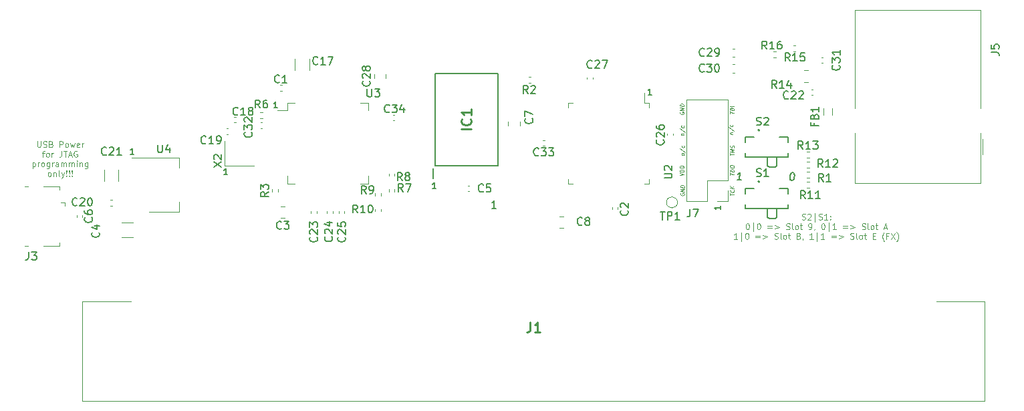
<source format=gbr>
%TF.GenerationSoftware,KiCad,Pcbnew,5.1.9+dfsg1-1~bpo10+1*%
%TF.CreationDate,2024-04-04T13:03:37+02:00*%
%TF.ProjectId,IIsiSEthernet,49497369-5345-4746-9865-726e65742e6b,rev?*%
%TF.SameCoordinates,Original*%
%TF.FileFunction,Legend,Top*%
%TF.FilePolarity,Positive*%
%FSLAX46Y46*%
G04 Gerber Fmt 4.6, Leading zero omitted, Abs format (unit mm)*
G04 Created by KiCad (PCBNEW 5.1.9+dfsg1-1~bpo10+1) date 2024-04-04 13:03:37*
%MOMM*%
%LPD*%
G01*
G04 APERTURE LIST*
%ADD10C,0.100000*%
%ADD11C,0.150000*%
%ADD12C,0.050000*%
%ADD13C,0.200000*%
%ADD14C,0.127000*%
%ADD15C,0.120000*%
%ADD16C,0.254000*%
G04 APERTURE END LIST*
D10*
X87607142Y-129751785D02*
X87607142Y-130358928D01*
X87642857Y-130430357D01*
X87678571Y-130466071D01*
X87750000Y-130501785D01*
X87892857Y-130501785D01*
X87964285Y-130466071D01*
X88000000Y-130430357D01*
X88035714Y-130358928D01*
X88035714Y-129751785D01*
X88357142Y-130466071D02*
X88464285Y-130501785D01*
X88642857Y-130501785D01*
X88714285Y-130466071D01*
X88750000Y-130430357D01*
X88785714Y-130358928D01*
X88785714Y-130287500D01*
X88750000Y-130216071D01*
X88714285Y-130180357D01*
X88642857Y-130144642D01*
X88500000Y-130108928D01*
X88428571Y-130073214D01*
X88392857Y-130037500D01*
X88357142Y-129966071D01*
X88357142Y-129894642D01*
X88392857Y-129823214D01*
X88428571Y-129787500D01*
X88500000Y-129751785D01*
X88678571Y-129751785D01*
X88785714Y-129787500D01*
X89357142Y-130108928D02*
X89464285Y-130144642D01*
X89500000Y-130180357D01*
X89535714Y-130251785D01*
X89535714Y-130358928D01*
X89500000Y-130430357D01*
X89464285Y-130466071D01*
X89392857Y-130501785D01*
X89107142Y-130501785D01*
X89107142Y-129751785D01*
X89357142Y-129751785D01*
X89428571Y-129787500D01*
X89464285Y-129823214D01*
X89500000Y-129894642D01*
X89500000Y-129966071D01*
X89464285Y-130037500D01*
X89428571Y-130073214D01*
X89357142Y-130108928D01*
X89107142Y-130108928D01*
X90428571Y-130501785D02*
X90428571Y-129751785D01*
X90714285Y-129751785D01*
X90785714Y-129787500D01*
X90821428Y-129823214D01*
X90857142Y-129894642D01*
X90857142Y-130001785D01*
X90821428Y-130073214D01*
X90785714Y-130108928D01*
X90714285Y-130144642D01*
X90428571Y-130144642D01*
X91285714Y-130501785D02*
X91214285Y-130466071D01*
X91178571Y-130430357D01*
X91142857Y-130358928D01*
X91142857Y-130144642D01*
X91178571Y-130073214D01*
X91214285Y-130037500D01*
X91285714Y-130001785D01*
X91392857Y-130001785D01*
X91464285Y-130037500D01*
X91500000Y-130073214D01*
X91535714Y-130144642D01*
X91535714Y-130358928D01*
X91500000Y-130430357D01*
X91464285Y-130466071D01*
X91392857Y-130501785D01*
X91285714Y-130501785D01*
X91785714Y-130001785D02*
X91928571Y-130501785D01*
X92071428Y-130144642D01*
X92214285Y-130501785D01*
X92357142Y-130001785D01*
X92928571Y-130466071D02*
X92857142Y-130501785D01*
X92714285Y-130501785D01*
X92642857Y-130466071D01*
X92607142Y-130394642D01*
X92607142Y-130108928D01*
X92642857Y-130037500D01*
X92714285Y-130001785D01*
X92857142Y-130001785D01*
X92928571Y-130037500D01*
X92964285Y-130108928D01*
X92964285Y-130180357D01*
X92607142Y-130251785D01*
X93285714Y-130501785D02*
X93285714Y-130001785D01*
X93285714Y-130144642D02*
X93321428Y-130073214D01*
X93357142Y-130037500D01*
X93428571Y-130001785D01*
X93500000Y-130001785D01*
X88232142Y-131226785D02*
X88517857Y-131226785D01*
X88339285Y-131726785D02*
X88339285Y-131083928D01*
X88375000Y-131012500D01*
X88446428Y-130976785D01*
X88517857Y-130976785D01*
X88875000Y-131726785D02*
X88803571Y-131691071D01*
X88767857Y-131655357D01*
X88732142Y-131583928D01*
X88732142Y-131369642D01*
X88767857Y-131298214D01*
X88803571Y-131262500D01*
X88875000Y-131226785D01*
X88982142Y-131226785D01*
X89053571Y-131262500D01*
X89089285Y-131298214D01*
X89125000Y-131369642D01*
X89125000Y-131583928D01*
X89089285Y-131655357D01*
X89053571Y-131691071D01*
X88982142Y-131726785D01*
X88875000Y-131726785D01*
X89446428Y-131726785D02*
X89446428Y-131226785D01*
X89446428Y-131369642D02*
X89482142Y-131298214D01*
X89517857Y-131262500D01*
X89589285Y-131226785D01*
X89660714Y-131226785D01*
X90696428Y-130976785D02*
X90696428Y-131512500D01*
X90660714Y-131619642D01*
X90589285Y-131691071D01*
X90482142Y-131726785D01*
X90410714Y-131726785D01*
X90946428Y-130976785D02*
X91375000Y-130976785D01*
X91160714Y-131726785D02*
X91160714Y-130976785D01*
X91589285Y-131512500D02*
X91946428Y-131512500D01*
X91517857Y-131726785D02*
X91767857Y-130976785D01*
X92017857Y-131726785D01*
X92660714Y-131012500D02*
X92589285Y-130976785D01*
X92482142Y-130976785D01*
X92375000Y-131012500D01*
X92303571Y-131083928D01*
X92267857Y-131155357D01*
X92232142Y-131298214D01*
X92232142Y-131405357D01*
X92267857Y-131548214D01*
X92303571Y-131619642D01*
X92375000Y-131691071D01*
X92482142Y-131726785D01*
X92553571Y-131726785D01*
X92660714Y-131691071D01*
X92696428Y-131655357D01*
X92696428Y-131405357D01*
X92553571Y-131405357D01*
X87000000Y-132451785D02*
X87000000Y-133201785D01*
X87000000Y-132487500D02*
X87071428Y-132451785D01*
X87214285Y-132451785D01*
X87285714Y-132487500D01*
X87321428Y-132523214D01*
X87357142Y-132594642D01*
X87357142Y-132808928D01*
X87321428Y-132880357D01*
X87285714Y-132916071D01*
X87214285Y-132951785D01*
X87071428Y-132951785D01*
X87000000Y-132916071D01*
X87678571Y-132951785D02*
X87678571Y-132451785D01*
X87678571Y-132594642D02*
X87714285Y-132523214D01*
X87750000Y-132487500D01*
X87821428Y-132451785D01*
X87892857Y-132451785D01*
X88250000Y-132951785D02*
X88178571Y-132916071D01*
X88142857Y-132880357D01*
X88107142Y-132808928D01*
X88107142Y-132594642D01*
X88142857Y-132523214D01*
X88178571Y-132487500D01*
X88250000Y-132451785D01*
X88357142Y-132451785D01*
X88428571Y-132487500D01*
X88464285Y-132523214D01*
X88500000Y-132594642D01*
X88500000Y-132808928D01*
X88464285Y-132880357D01*
X88428571Y-132916071D01*
X88357142Y-132951785D01*
X88250000Y-132951785D01*
X89142857Y-132451785D02*
X89142857Y-133058928D01*
X89107142Y-133130357D01*
X89071428Y-133166071D01*
X89000000Y-133201785D01*
X88892857Y-133201785D01*
X88821428Y-133166071D01*
X89142857Y-132916071D02*
X89071428Y-132951785D01*
X88928571Y-132951785D01*
X88857142Y-132916071D01*
X88821428Y-132880357D01*
X88785714Y-132808928D01*
X88785714Y-132594642D01*
X88821428Y-132523214D01*
X88857142Y-132487500D01*
X88928571Y-132451785D01*
X89071428Y-132451785D01*
X89142857Y-132487500D01*
X89500000Y-132951785D02*
X89500000Y-132451785D01*
X89500000Y-132594642D02*
X89535714Y-132523214D01*
X89571428Y-132487500D01*
X89642857Y-132451785D01*
X89714285Y-132451785D01*
X90285714Y-132951785D02*
X90285714Y-132558928D01*
X90250000Y-132487500D01*
X90178571Y-132451785D01*
X90035714Y-132451785D01*
X89964285Y-132487500D01*
X90285714Y-132916071D02*
X90214285Y-132951785D01*
X90035714Y-132951785D01*
X89964285Y-132916071D01*
X89928571Y-132844642D01*
X89928571Y-132773214D01*
X89964285Y-132701785D01*
X90035714Y-132666071D01*
X90214285Y-132666071D01*
X90285714Y-132630357D01*
X90642857Y-132951785D02*
X90642857Y-132451785D01*
X90642857Y-132523214D02*
X90678571Y-132487500D01*
X90750000Y-132451785D01*
X90857142Y-132451785D01*
X90928571Y-132487500D01*
X90964285Y-132558928D01*
X90964285Y-132951785D01*
X90964285Y-132558928D02*
X91000000Y-132487500D01*
X91071428Y-132451785D01*
X91178571Y-132451785D01*
X91250000Y-132487500D01*
X91285714Y-132558928D01*
X91285714Y-132951785D01*
X91642857Y-132951785D02*
X91642857Y-132451785D01*
X91642857Y-132523214D02*
X91678571Y-132487500D01*
X91750000Y-132451785D01*
X91857142Y-132451785D01*
X91928571Y-132487500D01*
X91964285Y-132558928D01*
X91964285Y-132951785D01*
X91964285Y-132558928D02*
X92000000Y-132487500D01*
X92071428Y-132451785D01*
X92178571Y-132451785D01*
X92250000Y-132487500D01*
X92285714Y-132558928D01*
X92285714Y-132951785D01*
X92642857Y-132951785D02*
X92642857Y-132451785D01*
X92642857Y-132201785D02*
X92607142Y-132237500D01*
X92642857Y-132273214D01*
X92678571Y-132237500D01*
X92642857Y-132201785D01*
X92642857Y-132273214D01*
X93000000Y-132451785D02*
X93000000Y-132951785D01*
X93000000Y-132523214D02*
X93035714Y-132487500D01*
X93107142Y-132451785D01*
X93214285Y-132451785D01*
X93285714Y-132487500D01*
X93321428Y-132558928D01*
X93321428Y-132951785D01*
X94000000Y-132451785D02*
X94000000Y-133058928D01*
X93964285Y-133130357D01*
X93928571Y-133166071D01*
X93857142Y-133201785D01*
X93750000Y-133201785D01*
X93678571Y-133166071D01*
X94000000Y-132916071D02*
X93928571Y-132951785D01*
X93785714Y-132951785D01*
X93714285Y-132916071D01*
X93678571Y-132880357D01*
X93642857Y-132808928D01*
X93642857Y-132594642D01*
X93678571Y-132523214D01*
X93714285Y-132487500D01*
X93785714Y-132451785D01*
X93928571Y-132451785D01*
X94000000Y-132487500D01*
X89089285Y-134176785D02*
X89017857Y-134141071D01*
X88982142Y-134105357D01*
X88946428Y-134033928D01*
X88946428Y-133819642D01*
X88982142Y-133748214D01*
X89017857Y-133712500D01*
X89089285Y-133676785D01*
X89196428Y-133676785D01*
X89267857Y-133712500D01*
X89303571Y-133748214D01*
X89339285Y-133819642D01*
X89339285Y-134033928D01*
X89303571Y-134105357D01*
X89267857Y-134141071D01*
X89196428Y-134176785D01*
X89089285Y-134176785D01*
X89660714Y-133676785D02*
X89660714Y-134176785D01*
X89660714Y-133748214D02*
X89696428Y-133712500D01*
X89767857Y-133676785D01*
X89875000Y-133676785D01*
X89946428Y-133712500D01*
X89982142Y-133783928D01*
X89982142Y-134176785D01*
X90446428Y-134176785D02*
X90375000Y-134141071D01*
X90339285Y-134069642D01*
X90339285Y-133426785D01*
X90660714Y-133676785D02*
X90839285Y-134176785D01*
X91017857Y-133676785D02*
X90839285Y-134176785D01*
X90767857Y-134355357D01*
X90732142Y-134391071D01*
X90660714Y-134426785D01*
X91303571Y-134105357D02*
X91339285Y-134141071D01*
X91303571Y-134176785D01*
X91267857Y-134141071D01*
X91303571Y-134105357D01*
X91303571Y-134176785D01*
X91303571Y-133891071D02*
X91267857Y-133462500D01*
X91303571Y-133426785D01*
X91339285Y-133462500D01*
X91303571Y-133891071D01*
X91303571Y-133426785D01*
X91660714Y-134105357D02*
X91696428Y-134141071D01*
X91660714Y-134176785D01*
X91625000Y-134141071D01*
X91660714Y-134105357D01*
X91660714Y-134176785D01*
X91660714Y-133891071D02*
X91625000Y-133462500D01*
X91660714Y-133426785D01*
X91696428Y-133462500D01*
X91660714Y-133891071D01*
X91660714Y-133426785D01*
X92017857Y-134105357D02*
X92053571Y-134141071D01*
X92017857Y-134176785D01*
X91982142Y-134141071D01*
X92017857Y-134105357D01*
X92017857Y-134176785D01*
X92017857Y-133891071D02*
X91982142Y-133462500D01*
X92017857Y-133426785D01*
X92053571Y-133462500D01*
X92017857Y-133891071D01*
X92017857Y-133426785D01*
D11*
X138094285Y-135739285D02*
X137665714Y-135739285D01*
X137880000Y-135739285D02*
X137880000Y-134989285D01*
X137808571Y-135096428D01*
X137737142Y-135167857D01*
X137665714Y-135203571D01*
D12*
X169212857Y-131469627D02*
X169546190Y-131511294D01*
X169260476Y-131475580D02*
X169236666Y-131448794D01*
X169212857Y-131398199D01*
X169212857Y-131326770D01*
X169236666Y-131282127D01*
X169284285Y-131264270D01*
X169546190Y-131297008D01*
X169022380Y-130636294D02*
X169665238Y-131145223D01*
X169522380Y-130317842D02*
X169546190Y-130368437D01*
X169546190Y-130463675D01*
X169522380Y-130508318D01*
X169498571Y-130529151D01*
X169450952Y-130547008D01*
X169308095Y-130529151D01*
X169260476Y-130499389D01*
X169236666Y-130472604D01*
X169212857Y-130422008D01*
X169212857Y-130326770D01*
X169236666Y-130282127D01*
X169192857Y-128959627D02*
X169526190Y-129001294D01*
X169240476Y-128965580D02*
X169216666Y-128938794D01*
X169192857Y-128888199D01*
X169192857Y-128816770D01*
X169216666Y-128772127D01*
X169264285Y-128754270D01*
X169526190Y-128787008D01*
X169002380Y-128126294D02*
X169645238Y-128635223D01*
X169502380Y-127807842D02*
X169526190Y-127858437D01*
X169526190Y-127953675D01*
X169502380Y-127998318D01*
X169478571Y-128019151D01*
X169430952Y-128037008D01*
X169288095Y-128019151D01*
X169240476Y-127989389D01*
X169216666Y-127962604D01*
X169192857Y-127912008D01*
X169192857Y-127816770D01*
X169216666Y-127772127D01*
X175362857Y-128819627D02*
X175696190Y-128861294D01*
X175410476Y-128825580D02*
X175386666Y-128798794D01*
X175362857Y-128748199D01*
X175362857Y-128676770D01*
X175386666Y-128632127D01*
X175434285Y-128614270D01*
X175696190Y-128647008D01*
X175172380Y-127986294D02*
X175815238Y-128495223D01*
X175672380Y-127667842D02*
X175696190Y-127718437D01*
X175696190Y-127813675D01*
X175672380Y-127858318D01*
X175648571Y-127879151D01*
X175600952Y-127897008D01*
X175458095Y-127879151D01*
X175410476Y-127849389D01*
X175386666Y-127822604D01*
X175362857Y-127772008D01*
X175362857Y-127676770D01*
X175386666Y-127632127D01*
D10*
X169090000Y-136313452D02*
X169066190Y-136358095D01*
X169066190Y-136429523D01*
X169090000Y-136503928D01*
X169137619Y-136557500D01*
X169185238Y-136587261D01*
X169280476Y-136622976D01*
X169351904Y-136631904D01*
X169447142Y-136620000D01*
X169494761Y-136602142D01*
X169542380Y-136560476D01*
X169566190Y-136492023D01*
X169566190Y-136444404D01*
X169542380Y-136370000D01*
X169518571Y-136343214D01*
X169351904Y-136322380D01*
X169351904Y-136417619D01*
X169566190Y-136134880D02*
X169066190Y-136072380D01*
X169566190Y-135849166D01*
X169066190Y-135786666D01*
X169566190Y-135611071D02*
X169066190Y-135548571D01*
X169066190Y-135429523D01*
X169090000Y-135361071D01*
X169137619Y-135319404D01*
X169185238Y-135301547D01*
X169280476Y-135289642D01*
X169351904Y-135298571D01*
X169447142Y-135334285D01*
X169494761Y-135364047D01*
X169542380Y-135417619D01*
X169566190Y-135492023D01*
X169566190Y-135611071D01*
X169050000Y-126033452D02*
X169026190Y-126078095D01*
X169026190Y-126149523D01*
X169050000Y-126223928D01*
X169097619Y-126277500D01*
X169145238Y-126307261D01*
X169240476Y-126342976D01*
X169311904Y-126351904D01*
X169407142Y-126340000D01*
X169454761Y-126322142D01*
X169502380Y-126280476D01*
X169526190Y-126212023D01*
X169526190Y-126164404D01*
X169502380Y-126090000D01*
X169478571Y-126063214D01*
X169311904Y-126042380D01*
X169311904Y-126137619D01*
X169526190Y-125854880D02*
X169026190Y-125792380D01*
X169526190Y-125569166D01*
X169026190Y-125506666D01*
X169526190Y-125331071D02*
X169026190Y-125268571D01*
X169026190Y-125149523D01*
X169050000Y-125081071D01*
X169097619Y-125039404D01*
X169145238Y-125021547D01*
X169240476Y-125009642D01*
X169311904Y-125018571D01*
X169407142Y-125054285D01*
X169454761Y-125084047D01*
X169502380Y-125137619D01*
X169526190Y-125212023D01*
X169526190Y-125331071D01*
X169026190Y-134086190D02*
X169526190Y-133982023D01*
X169026190Y-133752857D01*
X169526190Y-133648690D02*
X169026190Y-133586190D01*
X169026190Y-133467142D01*
X169050000Y-133398690D01*
X169097619Y-133357023D01*
X169145238Y-133339166D01*
X169240476Y-133327261D01*
X169311904Y-133336190D01*
X169407142Y-133371904D01*
X169454761Y-133401666D01*
X169502380Y-133455238D01*
X169526190Y-133529642D01*
X169526190Y-133648690D01*
X169526190Y-133148690D02*
X169026190Y-133086190D01*
X169026190Y-132967142D01*
X169050000Y-132898690D01*
X169097619Y-132857023D01*
X169145238Y-132839166D01*
X169240476Y-132827261D01*
X169311904Y-132836190D01*
X169407142Y-132871904D01*
X169454761Y-132901666D01*
X169502380Y-132955238D01*
X169526190Y-133029642D01*
X169526190Y-133148690D01*
X175366190Y-136612380D02*
X175366190Y-136326666D01*
X175866190Y-136532023D02*
X175366190Y-136469523D01*
X175818571Y-135930833D02*
X175842380Y-135957619D01*
X175866190Y-136032023D01*
X175866190Y-136079642D01*
X175842380Y-136148095D01*
X175794761Y-136189761D01*
X175747142Y-136207619D01*
X175651904Y-136219523D01*
X175580476Y-136210595D01*
X175485238Y-136174880D01*
X175437619Y-136145119D01*
X175390000Y-136091547D01*
X175366190Y-136017142D01*
X175366190Y-135969523D01*
X175390000Y-135901071D01*
X175413809Y-135880238D01*
X175866190Y-135722500D02*
X175366190Y-135660000D01*
X175866190Y-135436785D02*
X175580476Y-135615357D01*
X175366190Y-135374285D02*
X175651904Y-135695714D01*
X175346190Y-126241428D02*
X175346190Y-125955714D01*
X175846190Y-126161071D02*
X175346190Y-126098571D01*
X175846190Y-125851547D02*
X175346190Y-125789047D01*
X175346190Y-125670000D01*
X175370000Y-125601547D01*
X175417619Y-125559880D01*
X175465238Y-125542023D01*
X175560476Y-125530119D01*
X175631904Y-125539047D01*
X175727142Y-125574761D01*
X175774761Y-125604523D01*
X175822380Y-125658095D01*
X175846190Y-125732500D01*
X175846190Y-125851547D01*
X175846190Y-125351547D02*
X175346190Y-125289047D01*
X175366190Y-134024285D02*
X175366190Y-133738571D01*
X175866190Y-133943928D02*
X175366190Y-133881428D01*
X175866190Y-133634404D02*
X175366190Y-133571904D01*
X175366190Y-133452857D01*
X175390000Y-133384404D01*
X175437619Y-133342738D01*
X175485238Y-133324880D01*
X175580476Y-133312976D01*
X175651904Y-133321904D01*
X175747142Y-133357619D01*
X175794761Y-133387380D01*
X175842380Y-133440952D01*
X175866190Y-133515357D01*
X175866190Y-133634404D01*
X175366190Y-132976666D02*
X175366190Y-132881428D01*
X175390000Y-132836785D01*
X175437619Y-132795119D01*
X175532857Y-132783214D01*
X175699523Y-132804047D01*
X175794761Y-132839761D01*
X175842380Y-132893333D01*
X175866190Y-132943928D01*
X175866190Y-133039166D01*
X175842380Y-133083809D01*
X175794761Y-133125476D01*
X175699523Y-133137380D01*
X175532857Y-133116547D01*
X175437619Y-133080833D01*
X175390000Y-133027261D01*
X175366190Y-132976666D01*
X175376190Y-131536190D02*
X175376190Y-131250476D01*
X175876190Y-131455833D02*
X175376190Y-131393333D01*
X175876190Y-131146309D02*
X175376190Y-131083809D01*
X175733333Y-130961785D01*
X175376190Y-130750476D01*
X175876190Y-130812976D01*
X175852380Y-130595714D02*
X175876190Y-130527261D01*
X175876190Y-130408214D01*
X175852380Y-130357619D01*
X175828571Y-130330833D01*
X175780952Y-130301071D01*
X175733333Y-130295119D01*
X175685714Y-130312976D01*
X175661904Y-130333809D01*
X175638095Y-130378452D01*
X175614285Y-130470714D01*
X175590476Y-130515357D01*
X175566666Y-130536190D01*
X175519047Y-130554047D01*
X175471428Y-130548095D01*
X175423809Y-130518333D01*
X175400000Y-130491547D01*
X175376190Y-130440952D01*
X175376190Y-130321904D01*
X175400000Y-130253452D01*
D11*
X174139285Y-137965714D02*
X174139285Y-138394285D01*
X174139285Y-138180000D02*
X173389285Y-138180000D01*
X173496428Y-138251428D01*
X173567857Y-138322857D01*
X173603571Y-138394285D01*
X99854285Y-131389285D02*
X99425714Y-131389285D01*
X99640000Y-131389285D02*
X99640000Y-130639285D01*
X99568571Y-130746428D01*
X99497142Y-130817857D01*
X99425714Y-130853571D01*
X165404285Y-123849285D02*
X164975714Y-123849285D01*
X165190000Y-123849285D02*
X165190000Y-123099285D01*
X165118571Y-123206428D01*
X165047142Y-123277857D01*
X164975714Y-123313571D01*
X111714285Y-133949285D02*
X111285714Y-133949285D01*
X111500000Y-133949285D02*
X111500000Y-133199285D01*
X111428571Y-133306428D01*
X111357142Y-133377857D01*
X111285714Y-133413571D01*
D10*
X184458571Y-139648571D02*
X184565714Y-139684285D01*
X184744285Y-139684285D01*
X184815714Y-139648571D01*
X184851428Y-139612857D01*
X184887142Y-139541428D01*
X184887142Y-139470000D01*
X184851428Y-139398571D01*
X184815714Y-139362857D01*
X184744285Y-139327142D01*
X184601428Y-139291428D01*
X184530000Y-139255714D01*
X184494285Y-139220000D01*
X184458571Y-139148571D01*
X184458571Y-139077142D01*
X184494285Y-139005714D01*
X184530000Y-138970000D01*
X184601428Y-138934285D01*
X184780000Y-138934285D01*
X184887142Y-138970000D01*
X185172857Y-139005714D02*
X185208571Y-138970000D01*
X185280000Y-138934285D01*
X185458571Y-138934285D01*
X185530000Y-138970000D01*
X185565714Y-139005714D01*
X185601428Y-139077142D01*
X185601428Y-139148571D01*
X185565714Y-139255714D01*
X185137142Y-139684285D01*
X185601428Y-139684285D01*
X186101428Y-139934285D02*
X186101428Y-138862857D01*
X186601428Y-139648571D02*
X186708571Y-139684285D01*
X186887142Y-139684285D01*
X186958571Y-139648571D01*
X186994285Y-139612857D01*
X187030000Y-139541428D01*
X187030000Y-139470000D01*
X186994285Y-139398571D01*
X186958571Y-139362857D01*
X186887142Y-139327142D01*
X186744285Y-139291428D01*
X186672857Y-139255714D01*
X186637142Y-139220000D01*
X186601428Y-139148571D01*
X186601428Y-139077142D01*
X186637142Y-139005714D01*
X186672857Y-138970000D01*
X186744285Y-138934285D01*
X186922857Y-138934285D01*
X187030000Y-138970000D01*
X187744285Y-139684285D02*
X187315714Y-139684285D01*
X187530000Y-139684285D02*
X187530000Y-138934285D01*
X187458571Y-139041428D01*
X187387142Y-139112857D01*
X187315714Y-139148571D01*
X188065714Y-139612857D02*
X188101428Y-139648571D01*
X188065714Y-139684285D01*
X188030000Y-139648571D01*
X188065714Y-139612857D01*
X188065714Y-139684285D01*
X188065714Y-139220000D02*
X188101428Y-139255714D01*
X188065714Y-139291428D01*
X188030000Y-139255714D01*
X188065714Y-139220000D01*
X188065714Y-139291428D01*
X177530000Y-140159285D02*
X177601428Y-140159285D01*
X177672857Y-140195000D01*
X177708571Y-140230714D01*
X177744285Y-140302142D01*
X177780000Y-140445000D01*
X177780000Y-140623571D01*
X177744285Y-140766428D01*
X177708571Y-140837857D01*
X177672857Y-140873571D01*
X177601428Y-140909285D01*
X177530000Y-140909285D01*
X177458571Y-140873571D01*
X177422857Y-140837857D01*
X177387142Y-140766428D01*
X177351428Y-140623571D01*
X177351428Y-140445000D01*
X177387142Y-140302142D01*
X177422857Y-140230714D01*
X177458571Y-140195000D01*
X177530000Y-140159285D01*
X178280000Y-141159285D02*
X178280000Y-140087857D01*
X178958571Y-140159285D02*
X179030000Y-140159285D01*
X179101428Y-140195000D01*
X179137142Y-140230714D01*
X179172857Y-140302142D01*
X179208571Y-140445000D01*
X179208571Y-140623571D01*
X179172857Y-140766428D01*
X179137142Y-140837857D01*
X179101428Y-140873571D01*
X179030000Y-140909285D01*
X178958571Y-140909285D01*
X178887142Y-140873571D01*
X178851428Y-140837857D01*
X178815714Y-140766428D01*
X178780000Y-140623571D01*
X178780000Y-140445000D01*
X178815714Y-140302142D01*
X178851428Y-140230714D01*
X178887142Y-140195000D01*
X178958571Y-140159285D01*
X180101428Y-140516428D02*
X180672857Y-140516428D01*
X180672857Y-140730714D02*
X180101428Y-140730714D01*
X181030000Y-140409285D02*
X181601428Y-140623571D01*
X181030000Y-140837857D01*
X182494285Y-140873571D02*
X182601428Y-140909285D01*
X182780000Y-140909285D01*
X182851428Y-140873571D01*
X182887142Y-140837857D01*
X182922857Y-140766428D01*
X182922857Y-140695000D01*
X182887142Y-140623571D01*
X182851428Y-140587857D01*
X182780000Y-140552142D01*
X182637142Y-140516428D01*
X182565714Y-140480714D01*
X182530000Y-140445000D01*
X182494285Y-140373571D01*
X182494285Y-140302142D01*
X182530000Y-140230714D01*
X182565714Y-140195000D01*
X182637142Y-140159285D01*
X182815714Y-140159285D01*
X182922857Y-140195000D01*
X183351428Y-140909285D02*
X183280000Y-140873571D01*
X183244285Y-140802142D01*
X183244285Y-140159285D01*
X183744285Y-140909285D02*
X183672857Y-140873571D01*
X183637142Y-140837857D01*
X183601428Y-140766428D01*
X183601428Y-140552142D01*
X183637142Y-140480714D01*
X183672857Y-140445000D01*
X183744285Y-140409285D01*
X183851428Y-140409285D01*
X183922857Y-140445000D01*
X183958571Y-140480714D01*
X183994285Y-140552142D01*
X183994285Y-140766428D01*
X183958571Y-140837857D01*
X183922857Y-140873571D01*
X183851428Y-140909285D01*
X183744285Y-140909285D01*
X184208571Y-140409285D02*
X184494285Y-140409285D01*
X184315714Y-140159285D02*
X184315714Y-140802142D01*
X184351428Y-140873571D01*
X184422857Y-140909285D01*
X184494285Y-140909285D01*
X185351428Y-140909285D02*
X185494285Y-140909285D01*
X185565714Y-140873571D01*
X185601428Y-140837857D01*
X185672857Y-140730714D01*
X185708571Y-140587857D01*
X185708571Y-140302142D01*
X185672857Y-140230714D01*
X185637142Y-140195000D01*
X185565714Y-140159285D01*
X185422857Y-140159285D01*
X185351428Y-140195000D01*
X185315714Y-140230714D01*
X185280000Y-140302142D01*
X185280000Y-140480714D01*
X185315714Y-140552142D01*
X185351428Y-140587857D01*
X185422857Y-140623571D01*
X185565714Y-140623571D01*
X185637142Y-140587857D01*
X185672857Y-140552142D01*
X185708571Y-140480714D01*
X186065714Y-140873571D02*
X186065714Y-140909285D01*
X186030000Y-140980714D01*
X185994285Y-141016428D01*
X187101428Y-140159285D02*
X187172857Y-140159285D01*
X187244285Y-140195000D01*
X187280000Y-140230714D01*
X187315714Y-140302142D01*
X187351428Y-140445000D01*
X187351428Y-140623571D01*
X187315714Y-140766428D01*
X187280000Y-140837857D01*
X187244285Y-140873571D01*
X187172857Y-140909285D01*
X187101428Y-140909285D01*
X187030000Y-140873571D01*
X186994285Y-140837857D01*
X186958571Y-140766428D01*
X186922857Y-140623571D01*
X186922857Y-140445000D01*
X186958571Y-140302142D01*
X186994285Y-140230714D01*
X187030000Y-140195000D01*
X187101428Y-140159285D01*
X187851428Y-141159285D02*
X187851428Y-140087857D01*
X188780000Y-140909285D02*
X188351428Y-140909285D01*
X188565714Y-140909285D02*
X188565714Y-140159285D01*
X188494285Y-140266428D01*
X188422857Y-140337857D01*
X188351428Y-140373571D01*
X189672857Y-140516428D02*
X190244285Y-140516428D01*
X190244285Y-140730714D02*
X189672857Y-140730714D01*
X190601428Y-140409285D02*
X191172857Y-140623571D01*
X190601428Y-140837857D01*
X192065714Y-140873571D02*
X192172857Y-140909285D01*
X192351428Y-140909285D01*
X192422857Y-140873571D01*
X192458571Y-140837857D01*
X192494285Y-140766428D01*
X192494285Y-140695000D01*
X192458571Y-140623571D01*
X192422857Y-140587857D01*
X192351428Y-140552142D01*
X192208571Y-140516428D01*
X192137142Y-140480714D01*
X192101428Y-140445000D01*
X192065714Y-140373571D01*
X192065714Y-140302142D01*
X192101428Y-140230714D01*
X192137142Y-140195000D01*
X192208571Y-140159285D01*
X192387142Y-140159285D01*
X192494285Y-140195000D01*
X192922857Y-140909285D02*
X192851428Y-140873571D01*
X192815714Y-140802142D01*
X192815714Y-140159285D01*
X193315714Y-140909285D02*
X193244285Y-140873571D01*
X193208571Y-140837857D01*
X193172857Y-140766428D01*
X193172857Y-140552142D01*
X193208571Y-140480714D01*
X193244285Y-140445000D01*
X193315714Y-140409285D01*
X193422857Y-140409285D01*
X193494285Y-140445000D01*
X193530000Y-140480714D01*
X193565714Y-140552142D01*
X193565714Y-140766428D01*
X193530000Y-140837857D01*
X193494285Y-140873571D01*
X193422857Y-140909285D01*
X193315714Y-140909285D01*
X193780000Y-140409285D02*
X194065714Y-140409285D01*
X193887142Y-140159285D02*
X193887142Y-140802142D01*
X193922857Y-140873571D01*
X193994285Y-140909285D01*
X194065714Y-140909285D01*
X194851428Y-140695000D02*
X195208571Y-140695000D01*
X194780000Y-140909285D02*
X195030000Y-140159285D01*
X195280000Y-140909285D01*
X176280000Y-142134285D02*
X175851428Y-142134285D01*
X176065714Y-142134285D02*
X176065714Y-141384285D01*
X175994285Y-141491428D01*
X175922857Y-141562857D01*
X175851428Y-141598571D01*
X176780000Y-142384285D02*
X176780000Y-141312857D01*
X177458571Y-141384285D02*
X177530000Y-141384285D01*
X177601428Y-141420000D01*
X177637142Y-141455714D01*
X177672857Y-141527142D01*
X177708571Y-141670000D01*
X177708571Y-141848571D01*
X177672857Y-141991428D01*
X177637142Y-142062857D01*
X177601428Y-142098571D01*
X177530000Y-142134285D01*
X177458571Y-142134285D01*
X177387142Y-142098571D01*
X177351428Y-142062857D01*
X177315714Y-141991428D01*
X177280000Y-141848571D01*
X177280000Y-141670000D01*
X177315714Y-141527142D01*
X177351428Y-141455714D01*
X177387142Y-141420000D01*
X177458571Y-141384285D01*
X178601428Y-141741428D02*
X179172857Y-141741428D01*
X179172857Y-141955714D02*
X178601428Y-141955714D01*
X179530000Y-141634285D02*
X180101428Y-141848571D01*
X179530000Y-142062857D01*
X180994285Y-142098571D02*
X181101428Y-142134285D01*
X181280000Y-142134285D01*
X181351428Y-142098571D01*
X181387142Y-142062857D01*
X181422857Y-141991428D01*
X181422857Y-141920000D01*
X181387142Y-141848571D01*
X181351428Y-141812857D01*
X181280000Y-141777142D01*
X181137142Y-141741428D01*
X181065714Y-141705714D01*
X181030000Y-141670000D01*
X180994285Y-141598571D01*
X180994285Y-141527142D01*
X181030000Y-141455714D01*
X181065714Y-141420000D01*
X181137142Y-141384285D01*
X181315714Y-141384285D01*
X181422857Y-141420000D01*
X181851428Y-142134285D02*
X181780000Y-142098571D01*
X181744285Y-142027142D01*
X181744285Y-141384285D01*
X182244285Y-142134285D02*
X182172857Y-142098571D01*
X182137142Y-142062857D01*
X182101428Y-141991428D01*
X182101428Y-141777142D01*
X182137142Y-141705714D01*
X182172857Y-141670000D01*
X182244285Y-141634285D01*
X182351428Y-141634285D01*
X182422857Y-141670000D01*
X182458571Y-141705714D01*
X182494285Y-141777142D01*
X182494285Y-141991428D01*
X182458571Y-142062857D01*
X182422857Y-142098571D01*
X182351428Y-142134285D01*
X182244285Y-142134285D01*
X182708571Y-141634285D02*
X182994285Y-141634285D01*
X182815714Y-141384285D02*
X182815714Y-142027142D01*
X182851428Y-142098571D01*
X182922857Y-142134285D01*
X182994285Y-142134285D01*
X184065714Y-141741428D02*
X184172857Y-141777142D01*
X184208571Y-141812857D01*
X184244285Y-141884285D01*
X184244285Y-141991428D01*
X184208571Y-142062857D01*
X184172857Y-142098571D01*
X184101428Y-142134285D01*
X183815714Y-142134285D01*
X183815714Y-141384285D01*
X184065714Y-141384285D01*
X184137142Y-141420000D01*
X184172857Y-141455714D01*
X184208571Y-141527142D01*
X184208571Y-141598571D01*
X184172857Y-141670000D01*
X184137142Y-141705714D01*
X184065714Y-141741428D01*
X183815714Y-141741428D01*
X184601428Y-142098571D02*
X184601428Y-142134285D01*
X184565714Y-142205714D01*
X184530000Y-142241428D01*
X185887142Y-142134285D02*
X185458571Y-142134285D01*
X185672857Y-142134285D02*
X185672857Y-141384285D01*
X185601428Y-141491428D01*
X185530000Y-141562857D01*
X185458571Y-141598571D01*
X186387142Y-142384285D02*
X186387142Y-141312857D01*
X187315714Y-142134285D02*
X186887142Y-142134285D01*
X187101428Y-142134285D02*
X187101428Y-141384285D01*
X187030000Y-141491428D01*
X186958571Y-141562857D01*
X186887142Y-141598571D01*
X188208571Y-141741428D02*
X188780000Y-141741428D01*
X188780000Y-141955714D02*
X188208571Y-141955714D01*
X189137142Y-141634285D02*
X189708571Y-141848571D01*
X189137142Y-142062857D01*
X190601428Y-142098571D02*
X190708571Y-142134285D01*
X190887142Y-142134285D01*
X190958571Y-142098571D01*
X190994285Y-142062857D01*
X191030000Y-141991428D01*
X191030000Y-141920000D01*
X190994285Y-141848571D01*
X190958571Y-141812857D01*
X190887142Y-141777142D01*
X190744285Y-141741428D01*
X190672857Y-141705714D01*
X190637142Y-141670000D01*
X190601428Y-141598571D01*
X190601428Y-141527142D01*
X190637142Y-141455714D01*
X190672857Y-141420000D01*
X190744285Y-141384285D01*
X190922857Y-141384285D01*
X191030000Y-141420000D01*
X191458571Y-142134285D02*
X191387142Y-142098571D01*
X191351428Y-142027142D01*
X191351428Y-141384285D01*
X191851428Y-142134285D02*
X191780000Y-142098571D01*
X191744285Y-142062857D01*
X191708571Y-141991428D01*
X191708571Y-141777142D01*
X191744285Y-141705714D01*
X191780000Y-141670000D01*
X191851428Y-141634285D01*
X191958571Y-141634285D01*
X192030000Y-141670000D01*
X192065714Y-141705714D01*
X192101428Y-141777142D01*
X192101428Y-141991428D01*
X192065714Y-142062857D01*
X192030000Y-142098571D01*
X191958571Y-142134285D01*
X191851428Y-142134285D01*
X192315714Y-141634285D02*
X192601428Y-141634285D01*
X192422857Y-141384285D02*
X192422857Y-142027142D01*
X192458571Y-142098571D01*
X192530000Y-142134285D01*
X192601428Y-142134285D01*
X193422857Y-141741428D02*
X193672857Y-141741428D01*
X193780000Y-142134285D02*
X193422857Y-142134285D01*
X193422857Y-141384285D01*
X193780000Y-141384285D01*
X194887142Y-142420000D02*
X194851428Y-142384285D01*
X194780000Y-142277142D01*
X194744285Y-142205714D01*
X194708571Y-142098571D01*
X194672857Y-141920000D01*
X194672857Y-141777142D01*
X194708571Y-141598571D01*
X194744285Y-141491428D01*
X194780000Y-141420000D01*
X194851428Y-141312857D01*
X194887142Y-141277142D01*
X195422857Y-141741428D02*
X195172857Y-141741428D01*
X195172857Y-142134285D02*
X195172857Y-141384285D01*
X195530000Y-141384285D01*
X195744285Y-141384285D02*
X196244285Y-142134285D01*
X196244285Y-141384285D02*
X195744285Y-142134285D01*
X196458571Y-142420000D02*
X196494285Y-142384285D01*
X196565714Y-142277142D01*
X196601428Y-142205714D01*
X196637142Y-142098571D01*
X196672857Y-141920000D01*
X196672857Y-141777142D01*
X196637142Y-141598571D01*
X196601428Y-141491428D01*
X196565714Y-141420000D01*
X196494285Y-141312857D01*
X196458571Y-141277142D01*
D13*
X176811666Y-134672380D02*
X176240238Y-134672380D01*
X176525952Y-134672380D02*
X176650952Y-133672380D01*
X176537857Y-133815238D01*
X176430714Y-133910476D01*
X176329523Y-133958095D01*
X183243333Y-133712380D02*
X183338571Y-133712380D01*
X183427857Y-133760000D01*
X183469523Y-133807619D01*
X183505238Y-133902857D01*
X183529047Y-134093333D01*
X183499285Y-134331428D01*
X183427857Y-134521904D01*
X183368333Y-134617142D01*
X183314761Y-134664761D01*
X183213571Y-134712380D01*
X183118333Y-134712380D01*
X183029047Y-134664761D01*
X182987380Y-134617142D01*
X182951666Y-134521904D01*
X182927857Y-134331428D01*
X182957619Y-134093333D01*
X183029047Y-133902857D01*
X183088571Y-133807619D01*
X183142142Y-133760000D01*
X183243333Y-133712380D01*
D11*
X118004285Y-125509285D02*
X117575714Y-125509285D01*
X117790000Y-125509285D02*
X117790000Y-124759285D01*
X117718571Y-124866428D01*
X117647142Y-124937857D01*
X117575714Y-124973571D01*
D13*
X145735714Y-138252380D02*
X145164285Y-138252380D01*
X145450000Y-138252380D02*
X145450000Y-137252380D01*
X145354761Y-137395238D01*
X145259523Y-137490476D01*
X145164285Y-137538095D01*
D14*
%TO.C,S2*%
X177250000Y-129255000D02*
X178380000Y-129255000D01*
X181620000Y-129255000D02*
X182750000Y-129255000D01*
X182750000Y-129255000D02*
X182750000Y-129905000D01*
X182750000Y-131755000D02*
X182750000Y-131245000D01*
X177250000Y-129905000D02*
X177250000Y-129255000D01*
X177250000Y-131755000D02*
X177250000Y-131245000D01*
X182750000Y-131755000D02*
X181300000Y-131755000D01*
X181300000Y-131755000D02*
X180100000Y-131755000D01*
X180100000Y-131755000D02*
X177250000Y-131755000D01*
X180100000Y-131755000D02*
X180100000Y-132855000D01*
X180100000Y-132855000D02*
X180300000Y-133055000D01*
X180300000Y-133055000D02*
X181100000Y-133055000D01*
X181100000Y-133055000D02*
X181300000Y-132855000D01*
X181300000Y-132855000D02*
X181300000Y-131755000D01*
D13*
X179100000Y-128365000D02*
G75*
G03*
X179100000Y-128365000I-100000J0D01*
G01*
D14*
%TO.C,S1*%
X177250000Y-135755000D02*
X178380000Y-135755000D01*
X181620000Y-135755000D02*
X182750000Y-135755000D01*
X182750000Y-135755000D02*
X182750000Y-136405000D01*
X182750000Y-138255000D02*
X182750000Y-137745000D01*
X177250000Y-136405000D02*
X177250000Y-135755000D01*
X177250000Y-138255000D02*
X177250000Y-137745000D01*
X182750000Y-138255000D02*
X181300000Y-138255000D01*
X181300000Y-138255000D02*
X180100000Y-138255000D01*
X180100000Y-138255000D02*
X177250000Y-138255000D01*
X180100000Y-138255000D02*
X180100000Y-139355000D01*
X180100000Y-139355000D02*
X180300000Y-139555000D01*
X180300000Y-139555000D02*
X181100000Y-139555000D01*
X181100000Y-139555000D02*
X181300000Y-139355000D01*
X181300000Y-139355000D02*
X181300000Y-138255000D01*
D13*
X179100000Y-134865000D02*
G75*
G03*
X179100000Y-134865000I-100000J0D01*
G01*
%TO.C,IC1*%
X138000000Y-132850000D02*
X138000000Y-121150000D01*
X138000000Y-121150000D02*
X146000000Y-121150000D01*
X146000000Y-121150000D02*
X146000000Y-132850000D01*
X146000000Y-132850000D02*
X138000000Y-132850000D01*
X137750000Y-134500000D02*
X137750000Y-133200000D01*
D15*
%TO.C,TP1*%
X168700000Y-137500000D02*
G75*
G03*
X168700000Y-137500000I-700000J0D01*
G01*
%TO.C,C6*%
X92615000Y-139131568D02*
X92615000Y-139347240D01*
X93335000Y-139131568D02*
X93335000Y-139347240D01*
%TO.C,J3*%
X88405000Y-142999404D02*
X90385000Y-142999404D01*
X90385000Y-142999404D02*
X90385000Y-142579404D01*
X86435000Y-142999404D02*
X86035000Y-142999404D01*
X86035000Y-135479404D02*
X86435000Y-135479404D01*
X88405000Y-135479404D02*
X90385000Y-135479404D01*
X90385000Y-135479404D02*
X90385000Y-135899404D01*
X91065000Y-137929404D02*
X91065000Y-137479404D01*
X90615000Y-137479404D02*
X91065000Y-137479404D01*
%TO.C,C3*%
X118961252Y-138015000D02*
X118438748Y-138015000D01*
X118961252Y-139485000D02*
X118438748Y-139485000D01*
%TO.C,C30*%
X175940580Y-120030000D02*
X175659420Y-120030000D01*
X175940580Y-121050000D02*
X175659420Y-121050000D01*
%TO.C,C29*%
X175940580Y-118030000D02*
X175659420Y-118030000D01*
X175940580Y-119050000D02*
X175659420Y-119050000D01*
%TO.C,J7*%
X175080000Y-137330000D02*
X173750000Y-137330000D01*
X175080000Y-136000000D02*
X175080000Y-137330000D01*
X172480000Y-137330000D02*
X169880000Y-137330000D01*
X172480000Y-134730000D02*
X172480000Y-137330000D01*
X175080000Y-134730000D02*
X172480000Y-134730000D01*
X169880000Y-137330000D02*
X169880000Y-124510000D01*
X175080000Y-134730000D02*
X175080000Y-124510000D01*
X175080000Y-124510000D02*
X169880000Y-124510000D01*
%TO.C,R16*%
X181153641Y-118370000D02*
X180846359Y-118370000D01*
X181153641Y-119130000D02*
X180846359Y-119130000D01*
%TO.C,R15*%
X183653641Y-117620000D02*
X183346359Y-117620000D01*
X183653641Y-118380000D02*
X183346359Y-118380000D01*
%TO.C,J5*%
X207105893Y-128745893D02*
X207105893Y-135025893D01*
X207105893Y-135025893D02*
X191155893Y-135025893D01*
X191155893Y-135025893D02*
X191155893Y-128745893D01*
X191155893Y-125545893D02*
X191155893Y-113105893D01*
X191155893Y-113105893D02*
X207105893Y-113105893D01*
X207105893Y-113105893D02*
X207105893Y-125545893D01*
X207305893Y-131435893D02*
X207305893Y-129435893D01*
%TO.C,R13*%
X185096359Y-131880000D02*
X185403641Y-131880000D01*
X185096359Y-131120000D02*
X185403641Y-131120000D01*
%TO.C,R12*%
X185096359Y-133130000D02*
X185403641Y-133130000D01*
X185096359Y-132370000D02*
X185403641Y-132370000D01*
%TO.C,R11*%
X185096359Y-135630000D02*
X185403641Y-135630000D01*
X185096359Y-134870000D02*
X185403641Y-134870000D01*
%TO.C,R1*%
X185096359Y-134380000D02*
X185403641Y-134380000D01*
X185096359Y-133620000D02*
X185403641Y-133620000D01*
%TO.C,C8*%
X153738748Y-139265000D02*
X154261252Y-139265000D01*
X153738748Y-140735000D02*
X154261252Y-140735000D01*
%TO.C,C7*%
X147265000Y-127761252D02*
X147265000Y-127238748D01*
X148735000Y-127761252D02*
X148735000Y-127238748D01*
%TO.C,C28*%
X131735000Y-121761252D02*
X131735000Y-121238748D01*
X130265000Y-121761252D02*
X130265000Y-121238748D01*
%TO.C,C17*%
X122060000Y-120711252D02*
X122060000Y-119288748D01*
X120240000Y-120711252D02*
X120240000Y-119288748D01*
%TO.C,C4*%
X99730252Y-140090000D02*
X98307748Y-140090000D01*
X99730252Y-141910000D02*
X98307748Y-141910000D01*
%TO.C,C21*%
X97910000Y-134811252D02*
X97910000Y-133388748D01*
X96090000Y-134811252D02*
X96090000Y-133388748D01*
%TO.C,C5*%
X142122164Y-135390000D02*
X142337836Y-135390000D01*
X142122164Y-136110000D02*
X142337836Y-136110000D01*
%TO.C,C2*%
X161160000Y-138142164D02*
X161160000Y-138357836D01*
X160440000Y-138142164D02*
X160440000Y-138357836D01*
%TO.C,U2*%
X164535000Y-124890000D02*
X164535000Y-123600000D01*
X165110000Y-124890000D02*
X164535000Y-124890000D01*
X165110000Y-125465000D02*
X165110000Y-124890000D01*
X165110000Y-135110000D02*
X164535000Y-135110000D01*
X165110000Y-134535000D02*
X165110000Y-135110000D01*
X154890000Y-124890000D02*
X155465000Y-124890000D01*
X154890000Y-125465000D02*
X154890000Y-124890000D01*
X154890000Y-135110000D02*
X155465000Y-135110000D01*
X154890000Y-134535000D02*
X154890000Y-135110000D01*
%TO.C,U3*%
X128560000Y-135110000D02*
X129510000Y-135110000D01*
X129510000Y-135110000D02*
X129510000Y-134160000D01*
X120240000Y-135110000D02*
X119290000Y-135110000D01*
X119290000Y-135110000D02*
X119290000Y-134160000D01*
X128560000Y-124890000D02*
X129510000Y-124890000D01*
X129510000Y-124890000D02*
X129510000Y-125840000D01*
X120240000Y-124890000D02*
X119290000Y-124890000D01*
X119290000Y-124890000D02*
X119290000Y-125840000D01*
X119290000Y-125840000D02*
X118000000Y-125840000D01*
%TO.C,FB1*%
X188310000Y-126399622D02*
X188310000Y-125600378D01*
X187190000Y-126399622D02*
X187190000Y-125600378D01*
%TO.C,R2*%
X150143641Y-122380000D02*
X149836359Y-122380000D01*
X150143641Y-121620000D02*
X149836359Y-121620000D01*
%TO.C,C1*%
X118607836Y-123360000D02*
X118392164Y-123360000D01*
X118607836Y-122640000D02*
X118392164Y-122640000D01*
%TO.C,C34*%
X132642164Y-127110000D02*
X132857836Y-127110000D01*
X132642164Y-126390000D02*
X132857836Y-126390000D01*
%TO.C,C33*%
X151857836Y-130360000D02*
X151642164Y-130360000D01*
X151857836Y-129640000D02*
X151642164Y-129640000D01*
%TO.C,C32*%
X116107836Y-127390000D02*
X115892164Y-127390000D01*
X116107836Y-128110000D02*
X115892164Y-128110000D01*
%TO.C,R14*%
X184772936Y-122235000D02*
X185227064Y-122235000D01*
X184772936Y-120765000D02*
X185227064Y-120765000D01*
%TO.C,C31*%
X187127836Y-119140000D02*
X186912164Y-119140000D01*
X187127836Y-119860000D02*
X186912164Y-119860000D01*
%TO.C,C27*%
X157240000Y-121857836D02*
X157240000Y-121642164D01*
X157960000Y-121857836D02*
X157960000Y-121642164D01*
%TO.C,C26*%
X167390000Y-128772164D02*
X167390000Y-128987836D01*
X168110000Y-128772164D02*
X168110000Y-128987836D01*
%TO.C,C25*%
X126510000Y-138642164D02*
X126510000Y-138857836D01*
X125790000Y-138642164D02*
X125790000Y-138857836D01*
%TO.C,C24*%
X124290000Y-138642164D02*
X124290000Y-138857836D01*
X125010000Y-138642164D02*
X125010000Y-138857836D01*
%TO.C,C23*%
X122290000Y-138642164D02*
X122290000Y-138857836D01*
X123010000Y-138642164D02*
X123010000Y-138857836D01*
%TO.C,X2*%
X111300000Y-132890000D02*
X115100000Y-132890000D01*
X111300000Y-129740000D02*
X111300000Y-132890000D01*
%TO.C,U4*%
X99544000Y-131840000D02*
X105554000Y-131840000D01*
X101794000Y-138660000D02*
X105554000Y-138660000D01*
X105554000Y-131840000D02*
X105554000Y-133100000D01*
X105554000Y-138660000D02*
X105554000Y-137400000D01*
%TO.C,R10*%
X130370000Y-138346359D02*
X130370000Y-138653641D01*
X131130000Y-138346359D02*
X131130000Y-138653641D01*
%TO.C,R9*%
X131130000Y-136653641D02*
X131130000Y-136346359D01*
X130370000Y-136653641D02*
X130370000Y-136346359D01*
%TO.C,R8*%
X132880000Y-134153641D02*
X132880000Y-133846359D01*
X132120000Y-134153641D02*
X132120000Y-133846359D01*
%TO.C,R7*%
X132120000Y-135846359D02*
X132120000Y-136153641D01*
X132880000Y-135846359D02*
X132880000Y-136153641D01*
%TO.C,R6*%
X116153641Y-126120000D02*
X115846359Y-126120000D01*
X116153641Y-126880000D02*
X115846359Y-126880000D01*
%TO.C,R3*%
X117370000Y-135846359D02*
X117370000Y-136153641D01*
X118130000Y-135846359D02*
X118130000Y-136153641D01*
%TO.C,C22*%
X185642164Y-123890000D02*
X185857836Y-123890000D01*
X185642164Y-123170000D02*
X185857836Y-123170000D01*
%TO.C,C20*%
X97107836Y-137190000D02*
X96892164Y-137190000D01*
X97107836Y-137910000D02*
X96892164Y-137910000D01*
%TO.C,C19*%
X111777836Y-128140000D02*
X111562164Y-128140000D01*
X111777836Y-128860000D02*
X111562164Y-128860000D01*
%TO.C,C18*%
X112522164Y-127360000D02*
X112737836Y-127360000D01*
X112522164Y-126640000D02*
X112737836Y-126640000D01*
D10*
%TO.C,J1*%
X207620000Y-150020000D02*
X207620000Y-150020000D01*
X201500000Y-150020000D02*
X207620000Y-150020000D01*
X201500000Y-150020000D02*
X201500000Y-150020000D01*
X207620000Y-150020000D02*
X201500000Y-150020000D01*
X207620000Y-150020000D02*
X207620000Y-162640000D01*
X207620000Y-150020000D02*
X207620000Y-150020000D01*
X207620000Y-162640000D02*
X207620000Y-150020000D01*
X207620000Y-162640000D02*
X207620000Y-162640000D01*
X93320000Y-162640000D02*
X93320000Y-162640000D01*
X207620000Y-162640000D02*
X93320000Y-162640000D01*
X207620000Y-162640000D02*
X207620000Y-162640000D01*
X93320000Y-162640000D02*
X207620000Y-162640000D01*
X93320000Y-162640000D02*
X93320000Y-150020000D01*
X93320000Y-162640000D02*
X93320000Y-162640000D01*
X93320000Y-150020000D02*
X93320000Y-162640000D01*
X93320000Y-150020000D02*
X93320000Y-150020000D01*
X99500000Y-150020000D02*
X99500000Y-150020000D01*
X93320000Y-150020000D02*
X99500000Y-150020000D01*
X93320000Y-150020000D02*
X93320000Y-150020000D01*
X99500000Y-150020000D02*
X93320000Y-150020000D01*
%TO.C,S2*%
D11*
X178713095Y-127684761D02*
X178855952Y-127732380D01*
X179094047Y-127732380D01*
X179189285Y-127684761D01*
X179236904Y-127637142D01*
X179284523Y-127541904D01*
X179284523Y-127446666D01*
X179236904Y-127351428D01*
X179189285Y-127303809D01*
X179094047Y-127256190D01*
X178903571Y-127208571D01*
X178808333Y-127160952D01*
X178760714Y-127113333D01*
X178713095Y-127018095D01*
X178713095Y-126922857D01*
X178760714Y-126827619D01*
X178808333Y-126780000D01*
X178903571Y-126732380D01*
X179141666Y-126732380D01*
X179284523Y-126780000D01*
X179665476Y-126827619D02*
X179713095Y-126780000D01*
X179808333Y-126732380D01*
X180046428Y-126732380D01*
X180141666Y-126780000D01*
X180189285Y-126827619D01*
X180236904Y-126922857D01*
X180236904Y-127018095D01*
X180189285Y-127160952D01*
X179617857Y-127732380D01*
X180236904Y-127732380D01*
%TO.C,S1*%
X178713095Y-134184761D02*
X178855952Y-134232380D01*
X179094047Y-134232380D01*
X179189285Y-134184761D01*
X179236904Y-134137142D01*
X179284523Y-134041904D01*
X179284523Y-133946666D01*
X179236904Y-133851428D01*
X179189285Y-133803809D01*
X179094047Y-133756190D01*
X178903571Y-133708571D01*
X178808333Y-133660952D01*
X178760714Y-133613333D01*
X178713095Y-133518095D01*
X178713095Y-133422857D01*
X178760714Y-133327619D01*
X178808333Y-133280000D01*
X178903571Y-133232380D01*
X179141666Y-133232380D01*
X179284523Y-133280000D01*
X180236904Y-134232380D02*
X179665476Y-134232380D01*
X179951190Y-134232380D02*
X179951190Y-133232380D01*
X179855952Y-133375238D01*
X179760714Y-133470476D01*
X179665476Y-133518095D01*
%TO.C,IC1*%
D16*
X142574523Y-128239761D02*
X141304523Y-128239761D01*
X142453571Y-126909285D02*
X142514047Y-126969761D01*
X142574523Y-127151190D01*
X142574523Y-127272142D01*
X142514047Y-127453571D01*
X142393095Y-127574523D01*
X142272142Y-127635000D01*
X142030238Y-127695476D01*
X141848809Y-127695476D01*
X141606904Y-127635000D01*
X141485952Y-127574523D01*
X141365000Y-127453571D01*
X141304523Y-127272142D01*
X141304523Y-127151190D01*
X141365000Y-126969761D01*
X141425476Y-126909285D01*
X142574523Y-125699761D02*
X142574523Y-126425476D01*
X142574523Y-126062619D02*
X141304523Y-126062619D01*
X141485952Y-126183571D01*
X141606904Y-126304523D01*
X141667380Y-126425476D01*
%TO.C,TP1*%
D11*
X166528095Y-138692380D02*
X167099523Y-138692380D01*
X166813809Y-139692380D02*
X166813809Y-138692380D01*
X167432857Y-139692380D02*
X167432857Y-138692380D01*
X167813809Y-138692380D01*
X167909047Y-138740000D01*
X167956666Y-138787619D01*
X168004285Y-138882857D01*
X168004285Y-139025714D01*
X167956666Y-139120952D01*
X167909047Y-139168571D01*
X167813809Y-139216190D01*
X167432857Y-139216190D01*
X168956666Y-139692380D02*
X168385238Y-139692380D01*
X168670952Y-139692380D02*
X168670952Y-138692380D01*
X168575714Y-138835238D01*
X168480476Y-138930476D01*
X168385238Y-138978095D01*
%TO.C,C6*%
X94492142Y-139406070D02*
X94539761Y-139453689D01*
X94587380Y-139596546D01*
X94587380Y-139691784D01*
X94539761Y-139834642D01*
X94444523Y-139929880D01*
X94349285Y-139977499D01*
X94158809Y-140025118D01*
X94015952Y-140025118D01*
X93825476Y-139977499D01*
X93730238Y-139929880D01*
X93635000Y-139834642D01*
X93587380Y-139691784D01*
X93587380Y-139596546D01*
X93635000Y-139453689D01*
X93682619Y-139406070D01*
X93587380Y-138548927D02*
X93587380Y-138739404D01*
X93635000Y-138834642D01*
X93682619Y-138882261D01*
X93825476Y-138977499D01*
X94015952Y-139025118D01*
X94396904Y-139025118D01*
X94492142Y-138977499D01*
X94539761Y-138929880D01*
X94587380Y-138834642D01*
X94587380Y-138644165D01*
X94539761Y-138548927D01*
X94492142Y-138501308D01*
X94396904Y-138453689D01*
X94158809Y-138453689D01*
X94063571Y-138501308D01*
X94015952Y-138548927D01*
X93968333Y-138644165D01*
X93968333Y-138834642D01*
X94015952Y-138929880D01*
X94063571Y-138977499D01*
X94158809Y-139025118D01*
%TO.C,J3*%
X86521666Y-143781784D02*
X86521666Y-144496070D01*
X86474047Y-144638927D01*
X86378809Y-144734165D01*
X86235952Y-144781784D01*
X86140714Y-144781784D01*
X86902619Y-143781784D02*
X87521666Y-143781784D01*
X87188333Y-144162737D01*
X87331190Y-144162737D01*
X87426428Y-144210356D01*
X87474047Y-144257975D01*
X87521666Y-144353213D01*
X87521666Y-144591308D01*
X87474047Y-144686546D01*
X87426428Y-144734165D01*
X87331190Y-144781784D01*
X87045476Y-144781784D01*
X86950238Y-144734165D01*
X86902619Y-144686546D01*
%TO.C,C3*%
X118533333Y-140787142D02*
X118485714Y-140834761D01*
X118342857Y-140882380D01*
X118247619Y-140882380D01*
X118104761Y-140834761D01*
X118009523Y-140739523D01*
X117961904Y-140644285D01*
X117914285Y-140453809D01*
X117914285Y-140310952D01*
X117961904Y-140120476D01*
X118009523Y-140025238D01*
X118104761Y-139930000D01*
X118247619Y-139882380D01*
X118342857Y-139882380D01*
X118485714Y-139930000D01*
X118533333Y-139977619D01*
X118866666Y-139882380D02*
X119485714Y-139882380D01*
X119152380Y-140263333D01*
X119295238Y-140263333D01*
X119390476Y-140310952D01*
X119438095Y-140358571D01*
X119485714Y-140453809D01*
X119485714Y-140691904D01*
X119438095Y-140787142D01*
X119390476Y-140834761D01*
X119295238Y-140882380D01*
X119009523Y-140882380D01*
X118914285Y-140834761D01*
X118866666Y-140787142D01*
%TO.C,C30*%
X172087142Y-120887142D02*
X172039523Y-120934761D01*
X171896666Y-120982380D01*
X171801428Y-120982380D01*
X171658571Y-120934761D01*
X171563333Y-120839523D01*
X171515714Y-120744285D01*
X171468095Y-120553809D01*
X171468095Y-120410952D01*
X171515714Y-120220476D01*
X171563333Y-120125238D01*
X171658571Y-120030000D01*
X171801428Y-119982380D01*
X171896666Y-119982380D01*
X172039523Y-120030000D01*
X172087142Y-120077619D01*
X172420476Y-119982380D02*
X173039523Y-119982380D01*
X172706190Y-120363333D01*
X172849047Y-120363333D01*
X172944285Y-120410952D01*
X172991904Y-120458571D01*
X173039523Y-120553809D01*
X173039523Y-120791904D01*
X172991904Y-120887142D01*
X172944285Y-120934761D01*
X172849047Y-120982380D01*
X172563333Y-120982380D01*
X172468095Y-120934761D01*
X172420476Y-120887142D01*
X173658571Y-119982380D02*
X173753809Y-119982380D01*
X173849047Y-120030000D01*
X173896666Y-120077619D01*
X173944285Y-120172857D01*
X173991904Y-120363333D01*
X173991904Y-120601428D01*
X173944285Y-120791904D01*
X173896666Y-120887142D01*
X173849047Y-120934761D01*
X173753809Y-120982380D01*
X173658571Y-120982380D01*
X173563333Y-120934761D01*
X173515714Y-120887142D01*
X173468095Y-120791904D01*
X173420476Y-120601428D01*
X173420476Y-120363333D01*
X173468095Y-120172857D01*
X173515714Y-120077619D01*
X173563333Y-120030000D01*
X173658571Y-119982380D01*
%TO.C,C29*%
X172097142Y-118887142D02*
X172049523Y-118934761D01*
X171906666Y-118982380D01*
X171811428Y-118982380D01*
X171668571Y-118934761D01*
X171573333Y-118839523D01*
X171525714Y-118744285D01*
X171478095Y-118553809D01*
X171478095Y-118410952D01*
X171525714Y-118220476D01*
X171573333Y-118125238D01*
X171668571Y-118030000D01*
X171811428Y-117982380D01*
X171906666Y-117982380D01*
X172049523Y-118030000D01*
X172097142Y-118077619D01*
X172478095Y-118077619D02*
X172525714Y-118030000D01*
X172620952Y-117982380D01*
X172859047Y-117982380D01*
X172954285Y-118030000D01*
X173001904Y-118077619D01*
X173049523Y-118172857D01*
X173049523Y-118268095D01*
X173001904Y-118410952D01*
X172430476Y-118982380D01*
X173049523Y-118982380D01*
X173525714Y-118982380D02*
X173716190Y-118982380D01*
X173811428Y-118934761D01*
X173859047Y-118887142D01*
X173954285Y-118744285D01*
X174001904Y-118553809D01*
X174001904Y-118172857D01*
X173954285Y-118077619D01*
X173906666Y-118030000D01*
X173811428Y-117982380D01*
X173620952Y-117982380D01*
X173525714Y-118030000D01*
X173478095Y-118077619D01*
X173430476Y-118172857D01*
X173430476Y-118410952D01*
X173478095Y-118506190D01*
X173525714Y-118553809D01*
X173620952Y-118601428D01*
X173811428Y-118601428D01*
X173906666Y-118553809D01*
X173954285Y-118506190D01*
X174001904Y-118410952D01*
%TO.C,J7*%
X170286666Y-138322380D02*
X170286666Y-139036666D01*
X170239047Y-139179523D01*
X170143809Y-139274761D01*
X170000952Y-139322380D01*
X169905714Y-139322380D01*
X170667619Y-138322380D02*
X171334285Y-138322380D01*
X170905714Y-139322380D01*
%TO.C,R16*%
X180007142Y-118072380D02*
X179673809Y-117596190D01*
X179435714Y-118072380D02*
X179435714Y-117072380D01*
X179816666Y-117072380D01*
X179911904Y-117120000D01*
X179959523Y-117167619D01*
X180007142Y-117262857D01*
X180007142Y-117405714D01*
X179959523Y-117500952D01*
X179911904Y-117548571D01*
X179816666Y-117596190D01*
X179435714Y-117596190D01*
X180959523Y-118072380D02*
X180388095Y-118072380D01*
X180673809Y-118072380D02*
X180673809Y-117072380D01*
X180578571Y-117215238D01*
X180483333Y-117310476D01*
X180388095Y-117358095D01*
X181816666Y-117072380D02*
X181626190Y-117072380D01*
X181530952Y-117120000D01*
X181483333Y-117167619D01*
X181388095Y-117310476D01*
X181340476Y-117500952D01*
X181340476Y-117881904D01*
X181388095Y-117977142D01*
X181435714Y-118024761D01*
X181530952Y-118072380D01*
X181721428Y-118072380D01*
X181816666Y-118024761D01*
X181864285Y-117977142D01*
X181911904Y-117881904D01*
X181911904Y-117643809D01*
X181864285Y-117548571D01*
X181816666Y-117500952D01*
X181721428Y-117453333D01*
X181530952Y-117453333D01*
X181435714Y-117500952D01*
X181388095Y-117548571D01*
X181340476Y-117643809D01*
%TO.C,R15*%
X182927142Y-119592380D02*
X182593809Y-119116190D01*
X182355714Y-119592380D02*
X182355714Y-118592380D01*
X182736666Y-118592380D01*
X182831904Y-118640000D01*
X182879523Y-118687619D01*
X182927142Y-118782857D01*
X182927142Y-118925714D01*
X182879523Y-119020952D01*
X182831904Y-119068571D01*
X182736666Y-119116190D01*
X182355714Y-119116190D01*
X183879523Y-119592380D02*
X183308095Y-119592380D01*
X183593809Y-119592380D02*
X183593809Y-118592380D01*
X183498571Y-118735238D01*
X183403333Y-118830476D01*
X183308095Y-118878095D01*
X184784285Y-118592380D02*
X184308095Y-118592380D01*
X184260476Y-119068571D01*
X184308095Y-119020952D01*
X184403333Y-118973333D01*
X184641428Y-118973333D01*
X184736666Y-119020952D01*
X184784285Y-119068571D01*
X184831904Y-119163809D01*
X184831904Y-119401904D01*
X184784285Y-119497142D01*
X184736666Y-119544761D01*
X184641428Y-119592380D01*
X184403333Y-119592380D01*
X184308095Y-119544761D01*
X184260476Y-119497142D01*
%TO.C,J5*%
X208432380Y-118483333D02*
X209146666Y-118483333D01*
X209289523Y-118530952D01*
X209384761Y-118626190D01*
X209432380Y-118769047D01*
X209432380Y-118864285D01*
X208432380Y-117530952D02*
X208432380Y-118007142D01*
X208908571Y-118054761D01*
X208860952Y-118007142D01*
X208813333Y-117911904D01*
X208813333Y-117673809D01*
X208860952Y-117578571D01*
X208908571Y-117530952D01*
X209003809Y-117483333D01*
X209241904Y-117483333D01*
X209337142Y-117530952D01*
X209384761Y-117578571D01*
X209432380Y-117673809D01*
X209432380Y-117911904D01*
X209384761Y-118007142D01*
X209337142Y-118054761D01*
%TO.C,R13*%
X184577142Y-130752380D02*
X184243809Y-130276190D01*
X184005714Y-130752380D02*
X184005714Y-129752380D01*
X184386666Y-129752380D01*
X184481904Y-129800000D01*
X184529523Y-129847619D01*
X184577142Y-129942857D01*
X184577142Y-130085714D01*
X184529523Y-130180952D01*
X184481904Y-130228571D01*
X184386666Y-130276190D01*
X184005714Y-130276190D01*
X185529523Y-130752380D02*
X184958095Y-130752380D01*
X185243809Y-130752380D02*
X185243809Y-129752380D01*
X185148571Y-129895238D01*
X185053333Y-129990476D01*
X184958095Y-130038095D01*
X185862857Y-129752380D02*
X186481904Y-129752380D01*
X186148571Y-130133333D01*
X186291428Y-130133333D01*
X186386666Y-130180952D01*
X186434285Y-130228571D01*
X186481904Y-130323809D01*
X186481904Y-130561904D01*
X186434285Y-130657142D01*
X186386666Y-130704761D01*
X186291428Y-130752380D01*
X186005714Y-130752380D01*
X185910476Y-130704761D01*
X185862857Y-130657142D01*
%TO.C,R12*%
X187107142Y-133042380D02*
X186773809Y-132566190D01*
X186535714Y-133042380D02*
X186535714Y-132042380D01*
X186916666Y-132042380D01*
X187011904Y-132090000D01*
X187059523Y-132137619D01*
X187107142Y-132232857D01*
X187107142Y-132375714D01*
X187059523Y-132470952D01*
X187011904Y-132518571D01*
X186916666Y-132566190D01*
X186535714Y-132566190D01*
X188059523Y-133042380D02*
X187488095Y-133042380D01*
X187773809Y-133042380D02*
X187773809Y-132042380D01*
X187678571Y-132185238D01*
X187583333Y-132280476D01*
X187488095Y-132328095D01*
X188440476Y-132137619D02*
X188488095Y-132090000D01*
X188583333Y-132042380D01*
X188821428Y-132042380D01*
X188916666Y-132090000D01*
X188964285Y-132137619D01*
X189011904Y-132232857D01*
X189011904Y-132328095D01*
X188964285Y-132470952D01*
X188392857Y-133042380D01*
X189011904Y-133042380D01*
%TO.C,R11*%
X184877142Y-137032380D02*
X184543809Y-136556190D01*
X184305714Y-137032380D02*
X184305714Y-136032380D01*
X184686666Y-136032380D01*
X184781904Y-136080000D01*
X184829523Y-136127619D01*
X184877142Y-136222857D01*
X184877142Y-136365714D01*
X184829523Y-136460952D01*
X184781904Y-136508571D01*
X184686666Y-136556190D01*
X184305714Y-136556190D01*
X185829523Y-137032380D02*
X185258095Y-137032380D01*
X185543809Y-137032380D02*
X185543809Y-136032380D01*
X185448571Y-136175238D01*
X185353333Y-136270476D01*
X185258095Y-136318095D01*
X186781904Y-137032380D02*
X186210476Y-137032380D01*
X186496190Y-137032380D02*
X186496190Y-136032380D01*
X186400952Y-136175238D01*
X186305714Y-136270476D01*
X186210476Y-136318095D01*
%TO.C,R1*%
X187173333Y-134852380D02*
X186840000Y-134376190D01*
X186601904Y-134852380D02*
X186601904Y-133852380D01*
X186982857Y-133852380D01*
X187078095Y-133900000D01*
X187125714Y-133947619D01*
X187173333Y-134042857D01*
X187173333Y-134185714D01*
X187125714Y-134280952D01*
X187078095Y-134328571D01*
X186982857Y-134376190D01*
X186601904Y-134376190D01*
X188125714Y-134852380D02*
X187554285Y-134852380D01*
X187840000Y-134852380D02*
X187840000Y-133852380D01*
X187744761Y-133995238D01*
X187649523Y-134090476D01*
X187554285Y-134138095D01*
%TO.C,C8*%
X156623333Y-140307142D02*
X156575714Y-140354761D01*
X156432857Y-140402380D01*
X156337619Y-140402380D01*
X156194761Y-140354761D01*
X156099523Y-140259523D01*
X156051904Y-140164285D01*
X156004285Y-139973809D01*
X156004285Y-139830952D01*
X156051904Y-139640476D01*
X156099523Y-139545238D01*
X156194761Y-139450000D01*
X156337619Y-139402380D01*
X156432857Y-139402380D01*
X156575714Y-139450000D01*
X156623333Y-139497619D01*
X157194761Y-139830952D02*
X157099523Y-139783333D01*
X157051904Y-139735714D01*
X157004285Y-139640476D01*
X157004285Y-139592857D01*
X157051904Y-139497619D01*
X157099523Y-139450000D01*
X157194761Y-139402380D01*
X157385238Y-139402380D01*
X157480476Y-139450000D01*
X157528095Y-139497619D01*
X157575714Y-139592857D01*
X157575714Y-139640476D01*
X157528095Y-139735714D01*
X157480476Y-139783333D01*
X157385238Y-139830952D01*
X157194761Y-139830952D01*
X157099523Y-139878571D01*
X157051904Y-139926190D01*
X157004285Y-140021428D01*
X157004285Y-140211904D01*
X157051904Y-140307142D01*
X157099523Y-140354761D01*
X157194761Y-140402380D01*
X157385238Y-140402380D01*
X157480476Y-140354761D01*
X157528095Y-140307142D01*
X157575714Y-140211904D01*
X157575714Y-140021428D01*
X157528095Y-139926190D01*
X157480476Y-139878571D01*
X157385238Y-139830952D01*
%TO.C,C7*%
X150277142Y-126886666D02*
X150324761Y-126934285D01*
X150372380Y-127077142D01*
X150372380Y-127172380D01*
X150324761Y-127315238D01*
X150229523Y-127410476D01*
X150134285Y-127458095D01*
X149943809Y-127505714D01*
X149800952Y-127505714D01*
X149610476Y-127458095D01*
X149515238Y-127410476D01*
X149420000Y-127315238D01*
X149372380Y-127172380D01*
X149372380Y-127077142D01*
X149420000Y-126934285D01*
X149467619Y-126886666D01*
X149372380Y-126553333D02*
X149372380Y-125886666D01*
X150372380Y-126315238D01*
%TO.C,C28*%
X129677142Y-122142857D02*
X129724761Y-122190476D01*
X129772380Y-122333333D01*
X129772380Y-122428571D01*
X129724761Y-122571428D01*
X129629523Y-122666666D01*
X129534285Y-122714285D01*
X129343809Y-122761904D01*
X129200952Y-122761904D01*
X129010476Y-122714285D01*
X128915238Y-122666666D01*
X128820000Y-122571428D01*
X128772380Y-122428571D01*
X128772380Y-122333333D01*
X128820000Y-122190476D01*
X128867619Y-122142857D01*
X128867619Y-121761904D02*
X128820000Y-121714285D01*
X128772380Y-121619047D01*
X128772380Y-121380952D01*
X128820000Y-121285714D01*
X128867619Y-121238095D01*
X128962857Y-121190476D01*
X129058095Y-121190476D01*
X129200952Y-121238095D01*
X129772380Y-121809523D01*
X129772380Y-121190476D01*
X129200952Y-120619047D02*
X129153333Y-120714285D01*
X129105714Y-120761904D01*
X129010476Y-120809523D01*
X128962857Y-120809523D01*
X128867619Y-120761904D01*
X128820000Y-120714285D01*
X128772380Y-120619047D01*
X128772380Y-120428571D01*
X128820000Y-120333333D01*
X128867619Y-120285714D01*
X128962857Y-120238095D01*
X129010476Y-120238095D01*
X129105714Y-120285714D01*
X129153333Y-120333333D01*
X129200952Y-120428571D01*
X129200952Y-120619047D01*
X129248571Y-120714285D01*
X129296190Y-120761904D01*
X129391428Y-120809523D01*
X129581904Y-120809523D01*
X129677142Y-120761904D01*
X129724761Y-120714285D01*
X129772380Y-120619047D01*
X129772380Y-120428571D01*
X129724761Y-120333333D01*
X129677142Y-120285714D01*
X129581904Y-120238095D01*
X129391428Y-120238095D01*
X129296190Y-120285714D01*
X129248571Y-120333333D01*
X129200952Y-120428571D01*
%TO.C,C17*%
X123137142Y-119947142D02*
X123089523Y-119994761D01*
X122946666Y-120042380D01*
X122851428Y-120042380D01*
X122708571Y-119994761D01*
X122613333Y-119899523D01*
X122565714Y-119804285D01*
X122518095Y-119613809D01*
X122518095Y-119470952D01*
X122565714Y-119280476D01*
X122613333Y-119185238D01*
X122708571Y-119090000D01*
X122851428Y-119042380D01*
X122946666Y-119042380D01*
X123089523Y-119090000D01*
X123137142Y-119137619D01*
X124089523Y-120042380D02*
X123518095Y-120042380D01*
X123803809Y-120042380D02*
X123803809Y-119042380D01*
X123708571Y-119185238D01*
X123613333Y-119280476D01*
X123518095Y-119328095D01*
X124422857Y-119042380D02*
X125089523Y-119042380D01*
X124660952Y-120042380D01*
%TO.C,C4*%
X95397142Y-141296666D02*
X95444761Y-141344285D01*
X95492380Y-141487142D01*
X95492380Y-141582380D01*
X95444761Y-141725238D01*
X95349523Y-141820476D01*
X95254285Y-141868095D01*
X95063809Y-141915714D01*
X94920952Y-141915714D01*
X94730476Y-141868095D01*
X94635238Y-141820476D01*
X94540000Y-141725238D01*
X94492380Y-141582380D01*
X94492380Y-141487142D01*
X94540000Y-141344285D01*
X94587619Y-141296666D01*
X94825714Y-140439523D02*
X95492380Y-140439523D01*
X94444761Y-140677619D02*
X95159047Y-140915714D01*
X95159047Y-140296666D01*
%TO.C,C21*%
X96357142Y-131417142D02*
X96309523Y-131464761D01*
X96166666Y-131512380D01*
X96071428Y-131512380D01*
X95928571Y-131464761D01*
X95833333Y-131369523D01*
X95785714Y-131274285D01*
X95738095Y-131083809D01*
X95738095Y-130940952D01*
X95785714Y-130750476D01*
X95833333Y-130655238D01*
X95928571Y-130560000D01*
X96071428Y-130512380D01*
X96166666Y-130512380D01*
X96309523Y-130560000D01*
X96357142Y-130607619D01*
X96738095Y-130607619D02*
X96785714Y-130560000D01*
X96880952Y-130512380D01*
X97119047Y-130512380D01*
X97214285Y-130560000D01*
X97261904Y-130607619D01*
X97309523Y-130702857D01*
X97309523Y-130798095D01*
X97261904Y-130940952D01*
X96690476Y-131512380D01*
X97309523Y-131512380D01*
X98261904Y-131512380D02*
X97690476Y-131512380D01*
X97976190Y-131512380D02*
X97976190Y-130512380D01*
X97880952Y-130655238D01*
X97785714Y-130750476D01*
X97690476Y-130798095D01*
%TO.C,C5*%
X144113333Y-136087142D02*
X144065714Y-136134761D01*
X143922857Y-136182380D01*
X143827619Y-136182380D01*
X143684761Y-136134761D01*
X143589523Y-136039523D01*
X143541904Y-135944285D01*
X143494285Y-135753809D01*
X143494285Y-135610952D01*
X143541904Y-135420476D01*
X143589523Y-135325238D01*
X143684761Y-135230000D01*
X143827619Y-135182380D01*
X143922857Y-135182380D01*
X144065714Y-135230000D01*
X144113333Y-135277619D01*
X145018095Y-135182380D02*
X144541904Y-135182380D01*
X144494285Y-135658571D01*
X144541904Y-135610952D01*
X144637142Y-135563333D01*
X144875238Y-135563333D01*
X144970476Y-135610952D01*
X145018095Y-135658571D01*
X145065714Y-135753809D01*
X145065714Y-135991904D01*
X145018095Y-136087142D01*
X144970476Y-136134761D01*
X144875238Y-136182380D01*
X144637142Y-136182380D01*
X144541904Y-136134761D01*
X144494285Y-136087142D01*
%TO.C,C2*%
X162377142Y-138516666D02*
X162424761Y-138564285D01*
X162472380Y-138707142D01*
X162472380Y-138802380D01*
X162424761Y-138945238D01*
X162329523Y-139040476D01*
X162234285Y-139088095D01*
X162043809Y-139135714D01*
X161900952Y-139135714D01*
X161710476Y-139088095D01*
X161615238Y-139040476D01*
X161520000Y-138945238D01*
X161472380Y-138802380D01*
X161472380Y-138707142D01*
X161520000Y-138564285D01*
X161567619Y-138516666D01*
X161567619Y-138135714D02*
X161520000Y-138088095D01*
X161472380Y-137992857D01*
X161472380Y-137754761D01*
X161520000Y-137659523D01*
X161567619Y-137611904D01*
X161662857Y-137564285D01*
X161758095Y-137564285D01*
X161900952Y-137611904D01*
X162472380Y-138183333D01*
X162472380Y-137564285D01*
%TO.C,U2*%
X167012380Y-134411904D02*
X167821904Y-134411904D01*
X167917142Y-134364285D01*
X167964761Y-134316666D01*
X168012380Y-134221428D01*
X168012380Y-134030952D01*
X167964761Y-133935714D01*
X167917142Y-133888095D01*
X167821904Y-133840476D01*
X167012380Y-133840476D01*
X167107619Y-133411904D02*
X167060000Y-133364285D01*
X167012380Y-133269047D01*
X167012380Y-133030952D01*
X167060000Y-132935714D01*
X167107619Y-132888095D01*
X167202857Y-132840476D01*
X167298095Y-132840476D01*
X167440952Y-132888095D01*
X168012380Y-133459523D01*
X168012380Y-132840476D01*
%TO.C,U3*%
X129408095Y-123122380D02*
X129408095Y-123931904D01*
X129455714Y-124027142D01*
X129503333Y-124074761D01*
X129598571Y-124122380D01*
X129789047Y-124122380D01*
X129884285Y-124074761D01*
X129931904Y-124027142D01*
X129979523Y-123931904D01*
X129979523Y-123122380D01*
X130360476Y-123122380D02*
X130979523Y-123122380D01*
X130646190Y-123503333D01*
X130789047Y-123503333D01*
X130884285Y-123550952D01*
X130931904Y-123598571D01*
X130979523Y-123693809D01*
X130979523Y-123931904D01*
X130931904Y-124027142D01*
X130884285Y-124074761D01*
X130789047Y-124122380D01*
X130503333Y-124122380D01*
X130408095Y-124074761D01*
X130360476Y-124027142D01*
%TO.C,FB1*%
X186048571Y-127473333D02*
X186048571Y-127806666D01*
X186572380Y-127806666D02*
X185572380Y-127806666D01*
X185572380Y-127330476D01*
X186048571Y-126616190D02*
X186096190Y-126473333D01*
X186143809Y-126425714D01*
X186239047Y-126378095D01*
X186381904Y-126378095D01*
X186477142Y-126425714D01*
X186524761Y-126473333D01*
X186572380Y-126568571D01*
X186572380Y-126949523D01*
X185572380Y-126949523D01*
X185572380Y-126616190D01*
X185620000Y-126520952D01*
X185667619Y-126473333D01*
X185762857Y-126425714D01*
X185858095Y-126425714D01*
X185953333Y-126473333D01*
X186000952Y-126520952D01*
X186048571Y-126616190D01*
X186048571Y-126949523D01*
X186572380Y-125425714D02*
X186572380Y-125997142D01*
X186572380Y-125711428D02*
X185572380Y-125711428D01*
X185715238Y-125806666D01*
X185810476Y-125901904D01*
X185858095Y-125997142D01*
%TO.C,R2*%
X149753333Y-123702380D02*
X149420000Y-123226190D01*
X149181904Y-123702380D02*
X149181904Y-122702380D01*
X149562857Y-122702380D01*
X149658095Y-122750000D01*
X149705714Y-122797619D01*
X149753333Y-122892857D01*
X149753333Y-123035714D01*
X149705714Y-123130952D01*
X149658095Y-123178571D01*
X149562857Y-123226190D01*
X149181904Y-123226190D01*
X150134285Y-122797619D02*
X150181904Y-122750000D01*
X150277142Y-122702380D01*
X150515238Y-122702380D01*
X150610476Y-122750000D01*
X150658095Y-122797619D01*
X150705714Y-122892857D01*
X150705714Y-122988095D01*
X150658095Y-123130952D01*
X150086666Y-123702380D01*
X150705714Y-123702380D01*
%TO.C,C1*%
X118273333Y-122267142D02*
X118225714Y-122314761D01*
X118082857Y-122362380D01*
X117987619Y-122362380D01*
X117844761Y-122314761D01*
X117749523Y-122219523D01*
X117701904Y-122124285D01*
X117654285Y-121933809D01*
X117654285Y-121790952D01*
X117701904Y-121600476D01*
X117749523Y-121505238D01*
X117844761Y-121410000D01*
X117987619Y-121362380D01*
X118082857Y-121362380D01*
X118225714Y-121410000D01*
X118273333Y-121457619D01*
X119225714Y-122362380D02*
X118654285Y-122362380D01*
X118940000Y-122362380D02*
X118940000Y-121362380D01*
X118844761Y-121505238D01*
X118749523Y-121600476D01*
X118654285Y-121648095D01*
%TO.C,C34*%
X132217142Y-126027142D02*
X132169523Y-126074761D01*
X132026666Y-126122380D01*
X131931428Y-126122380D01*
X131788571Y-126074761D01*
X131693333Y-125979523D01*
X131645714Y-125884285D01*
X131598095Y-125693809D01*
X131598095Y-125550952D01*
X131645714Y-125360476D01*
X131693333Y-125265238D01*
X131788571Y-125170000D01*
X131931428Y-125122380D01*
X132026666Y-125122380D01*
X132169523Y-125170000D01*
X132217142Y-125217619D01*
X132550476Y-125122380D02*
X133169523Y-125122380D01*
X132836190Y-125503333D01*
X132979047Y-125503333D01*
X133074285Y-125550952D01*
X133121904Y-125598571D01*
X133169523Y-125693809D01*
X133169523Y-125931904D01*
X133121904Y-126027142D01*
X133074285Y-126074761D01*
X132979047Y-126122380D01*
X132693333Y-126122380D01*
X132598095Y-126074761D01*
X132550476Y-126027142D01*
X134026666Y-125455714D02*
X134026666Y-126122380D01*
X133788571Y-125074761D02*
X133550476Y-125789047D01*
X134169523Y-125789047D01*
%TO.C,C33*%
X151107142Y-131517142D02*
X151059523Y-131564761D01*
X150916666Y-131612380D01*
X150821428Y-131612380D01*
X150678571Y-131564761D01*
X150583333Y-131469523D01*
X150535714Y-131374285D01*
X150488095Y-131183809D01*
X150488095Y-131040952D01*
X150535714Y-130850476D01*
X150583333Y-130755238D01*
X150678571Y-130660000D01*
X150821428Y-130612380D01*
X150916666Y-130612380D01*
X151059523Y-130660000D01*
X151107142Y-130707619D01*
X151440476Y-130612380D02*
X152059523Y-130612380D01*
X151726190Y-130993333D01*
X151869047Y-130993333D01*
X151964285Y-131040952D01*
X152011904Y-131088571D01*
X152059523Y-131183809D01*
X152059523Y-131421904D01*
X152011904Y-131517142D01*
X151964285Y-131564761D01*
X151869047Y-131612380D01*
X151583333Y-131612380D01*
X151488095Y-131564761D01*
X151440476Y-131517142D01*
X152392857Y-130612380D02*
X153011904Y-130612380D01*
X152678571Y-130993333D01*
X152821428Y-130993333D01*
X152916666Y-131040952D01*
X152964285Y-131088571D01*
X153011904Y-131183809D01*
X153011904Y-131421904D01*
X152964285Y-131517142D01*
X152916666Y-131564761D01*
X152821428Y-131612380D01*
X152535714Y-131612380D01*
X152440476Y-131564761D01*
X152392857Y-131517142D01*
%TO.C,C32*%
X114727142Y-128612857D02*
X114774761Y-128660476D01*
X114822380Y-128803333D01*
X114822380Y-128898571D01*
X114774761Y-129041428D01*
X114679523Y-129136666D01*
X114584285Y-129184285D01*
X114393809Y-129231904D01*
X114250952Y-129231904D01*
X114060476Y-129184285D01*
X113965238Y-129136666D01*
X113870000Y-129041428D01*
X113822380Y-128898571D01*
X113822380Y-128803333D01*
X113870000Y-128660476D01*
X113917619Y-128612857D01*
X113822380Y-128279523D02*
X113822380Y-127660476D01*
X114203333Y-127993809D01*
X114203333Y-127850952D01*
X114250952Y-127755714D01*
X114298571Y-127708095D01*
X114393809Y-127660476D01*
X114631904Y-127660476D01*
X114727142Y-127708095D01*
X114774761Y-127755714D01*
X114822380Y-127850952D01*
X114822380Y-128136666D01*
X114774761Y-128231904D01*
X114727142Y-128279523D01*
X113917619Y-127279523D02*
X113870000Y-127231904D01*
X113822380Y-127136666D01*
X113822380Y-126898571D01*
X113870000Y-126803333D01*
X113917619Y-126755714D01*
X114012857Y-126708095D01*
X114108095Y-126708095D01*
X114250952Y-126755714D01*
X114822380Y-127327142D01*
X114822380Y-126708095D01*
%TO.C,R14*%
X181247142Y-123032380D02*
X180913809Y-122556190D01*
X180675714Y-123032380D02*
X180675714Y-122032380D01*
X181056666Y-122032380D01*
X181151904Y-122080000D01*
X181199523Y-122127619D01*
X181247142Y-122222857D01*
X181247142Y-122365714D01*
X181199523Y-122460952D01*
X181151904Y-122508571D01*
X181056666Y-122556190D01*
X180675714Y-122556190D01*
X182199523Y-123032380D02*
X181628095Y-123032380D01*
X181913809Y-123032380D02*
X181913809Y-122032380D01*
X181818571Y-122175238D01*
X181723333Y-122270476D01*
X181628095Y-122318095D01*
X183056666Y-122365714D02*
X183056666Y-123032380D01*
X182818571Y-121984761D02*
X182580476Y-122699047D01*
X183199523Y-122699047D01*
%TO.C,C31*%
X189177142Y-120122857D02*
X189224761Y-120170476D01*
X189272380Y-120313333D01*
X189272380Y-120408571D01*
X189224761Y-120551428D01*
X189129523Y-120646666D01*
X189034285Y-120694285D01*
X188843809Y-120741904D01*
X188700952Y-120741904D01*
X188510476Y-120694285D01*
X188415238Y-120646666D01*
X188320000Y-120551428D01*
X188272380Y-120408571D01*
X188272380Y-120313333D01*
X188320000Y-120170476D01*
X188367619Y-120122857D01*
X188272380Y-119789523D02*
X188272380Y-119170476D01*
X188653333Y-119503809D01*
X188653333Y-119360952D01*
X188700952Y-119265714D01*
X188748571Y-119218095D01*
X188843809Y-119170476D01*
X189081904Y-119170476D01*
X189177142Y-119218095D01*
X189224761Y-119265714D01*
X189272380Y-119360952D01*
X189272380Y-119646666D01*
X189224761Y-119741904D01*
X189177142Y-119789523D01*
X189272380Y-118218095D02*
X189272380Y-118789523D01*
X189272380Y-118503809D02*
X188272380Y-118503809D01*
X188415238Y-118599047D01*
X188510476Y-118694285D01*
X188558095Y-118789523D01*
%TO.C,C27*%
X157867142Y-120417142D02*
X157819523Y-120464761D01*
X157676666Y-120512380D01*
X157581428Y-120512380D01*
X157438571Y-120464761D01*
X157343333Y-120369523D01*
X157295714Y-120274285D01*
X157248095Y-120083809D01*
X157248095Y-119940952D01*
X157295714Y-119750476D01*
X157343333Y-119655238D01*
X157438571Y-119560000D01*
X157581428Y-119512380D01*
X157676666Y-119512380D01*
X157819523Y-119560000D01*
X157867142Y-119607619D01*
X158248095Y-119607619D02*
X158295714Y-119560000D01*
X158390952Y-119512380D01*
X158629047Y-119512380D01*
X158724285Y-119560000D01*
X158771904Y-119607619D01*
X158819523Y-119702857D01*
X158819523Y-119798095D01*
X158771904Y-119940952D01*
X158200476Y-120512380D01*
X158819523Y-120512380D01*
X159152857Y-119512380D02*
X159819523Y-119512380D01*
X159390952Y-120512380D01*
%TO.C,C26*%
X166917142Y-129582857D02*
X166964761Y-129630476D01*
X167012380Y-129773333D01*
X167012380Y-129868571D01*
X166964761Y-130011428D01*
X166869523Y-130106666D01*
X166774285Y-130154285D01*
X166583809Y-130201904D01*
X166440952Y-130201904D01*
X166250476Y-130154285D01*
X166155238Y-130106666D01*
X166060000Y-130011428D01*
X166012380Y-129868571D01*
X166012380Y-129773333D01*
X166060000Y-129630476D01*
X166107619Y-129582857D01*
X166107619Y-129201904D02*
X166060000Y-129154285D01*
X166012380Y-129059047D01*
X166012380Y-128820952D01*
X166060000Y-128725714D01*
X166107619Y-128678095D01*
X166202857Y-128630476D01*
X166298095Y-128630476D01*
X166440952Y-128678095D01*
X167012380Y-129249523D01*
X167012380Y-128630476D01*
X166012380Y-127773333D02*
X166012380Y-127963809D01*
X166060000Y-128059047D01*
X166107619Y-128106666D01*
X166250476Y-128201904D01*
X166440952Y-128249523D01*
X166821904Y-128249523D01*
X166917142Y-128201904D01*
X166964761Y-128154285D01*
X167012380Y-128059047D01*
X167012380Y-127868571D01*
X166964761Y-127773333D01*
X166917142Y-127725714D01*
X166821904Y-127678095D01*
X166583809Y-127678095D01*
X166488571Y-127725714D01*
X166440952Y-127773333D01*
X166393333Y-127868571D01*
X166393333Y-128059047D01*
X166440952Y-128154285D01*
X166488571Y-128201904D01*
X166583809Y-128249523D01*
%TO.C,C25*%
X126557142Y-141892857D02*
X126604761Y-141940476D01*
X126652380Y-142083333D01*
X126652380Y-142178571D01*
X126604761Y-142321428D01*
X126509523Y-142416666D01*
X126414285Y-142464285D01*
X126223809Y-142511904D01*
X126080952Y-142511904D01*
X125890476Y-142464285D01*
X125795238Y-142416666D01*
X125700000Y-142321428D01*
X125652380Y-142178571D01*
X125652380Y-142083333D01*
X125700000Y-141940476D01*
X125747619Y-141892857D01*
X125747619Y-141511904D02*
X125700000Y-141464285D01*
X125652380Y-141369047D01*
X125652380Y-141130952D01*
X125700000Y-141035714D01*
X125747619Y-140988095D01*
X125842857Y-140940476D01*
X125938095Y-140940476D01*
X126080952Y-140988095D01*
X126652380Y-141559523D01*
X126652380Y-140940476D01*
X125652380Y-140035714D02*
X125652380Y-140511904D01*
X126128571Y-140559523D01*
X126080952Y-140511904D01*
X126033333Y-140416666D01*
X126033333Y-140178571D01*
X126080952Y-140083333D01*
X126128571Y-140035714D01*
X126223809Y-139988095D01*
X126461904Y-139988095D01*
X126557142Y-140035714D01*
X126604761Y-140083333D01*
X126652380Y-140178571D01*
X126652380Y-140416666D01*
X126604761Y-140511904D01*
X126557142Y-140559523D01*
%TO.C,C24*%
X124897142Y-141832857D02*
X124944761Y-141880476D01*
X124992380Y-142023333D01*
X124992380Y-142118571D01*
X124944761Y-142261428D01*
X124849523Y-142356666D01*
X124754285Y-142404285D01*
X124563809Y-142451904D01*
X124420952Y-142451904D01*
X124230476Y-142404285D01*
X124135238Y-142356666D01*
X124040000Y-142261428D01*
X123992380Y-142118571D01*
X123992380Y-142023333D01*
X124040000Y-141880476D01*
X124087619Y-141832857D01*
X124087619Y-141451904D02*
X124040000Y-141404285D01*
X123992380Y-141309047D01*
X123992380Y-141070952D01*
X124040000Y-140975714D01*
X124087619Y-140928095D01*
X124182857Y-140880476D01*
X124278095Y-140880476D01*
X124420952Y-140928095D01*
X124992380Y-141499523D01*
X124992380Y-140880476D01*
X124325714Y-140023333D02*
X124992380Y-140023333D01*
X123944761Y-140261428D02*
X124659047Y-140499523D01*
X124659047Y-139880476D01*
%TO.C,C23*%
X123017142Y-141892857D02*
X123064761Y-141940476D01*
X123112380Y-142083333D01*
X123112380Y-142178571D01*
X123064761Y-142321428D01*
X122969523Y-142416666D01*
X122874285Y-142464285D01*
X122683809Y-142511904D01*
X122540952Y-142511904D01*
X122350476Y-142464285D01*
X122255238Y-142416666D01*
X122160000Y-142321428D01*
X122112380Y-142178571D01*
X122112380Y-142083333D01*
X122160000Y-141940476D01*
X122207619Y-141892857D01*
X122207619Y-141511904D02*
X122160000Y-141464285D01*
X122112380Y-141369047D01*
X122112380Y-141130952D01*
X122160000Y-141035714D01*
X122207619Y-140988095D01*
X122302857Y-140940476D01*
X122398095Y-140940476D01*
X122540952Y-140988095D01*
X123112380Y-141559523D01*
X123112380Y-140940476D01*
X122112380Y-140607142D02*
X122112380Y-139988095D01*
X122493333Y-140321428D01*
X122493333Y-140178571D01*
X122540952Y-140083333D01*
X122588571Y-140035714D01*
X122683809Y-139988095D01*
X122921904Y-139988095D01*
X123017142Y-140035714D01*
X123064761Y-140083333D01*
X123112380Y-140178571D01*
X123112380Y-140464285D01*
X123064761Y-140559523D01*
X123017142Y-140607142D01*
%TO.C,X2*%
X109952380Y-133019523D02*
X110952380Y-132352857D01*
X109952380Y-132352857D02*
X110952380Y-133019523D01*
X110047619Y-132019523D02*
X110000000Y-131971904D01*
X109952380Y-131876666D01*
X109952380Y-131638571D01*
X110000000Y-131543333D01*
X110047619Y-131495714D01*
X110142857Y-131448095D01*
X110238095Y-131448095D01*
X110380952Y-131495714D01*
X110952380Y-132067142D01*
X110952380Y-131448095D01*
%TO.C,U4*%
X102882095Y-130202380D02*
X102882095Y-131011904D01*
X102929714Y-131107142D01*
X102977333Y-131154761D01*
X103072571Y-131202380D01*
X103263047Y-131202380D01*
X103358285Y-131154761D01*
X103405904Y-131107142D01*
X103453523Y-131011904D01*
X103453523Y-130202380D01*
X104358285Y-130535714D02*
X104358285Y-131202380D01*
X104120190Y-130154761D02*
X103882095Y-130869047D01*
X104501142Y-130869047D01*
%TO.C,R10*%
X128187142Y-138822380D02*
X127853809Y-138346190D01*
X127615714Y-138822380D02*
X127615714Y-137822380D01*
X127996666Y-137822380D01*
X128091904Y-137870000D01*
X128139523Y-137917619D01*
X128187142Y-138012857D01*
X128187142Y-138155714D01*
X128139523Y-138250952D01*
X128091904Y-138298571D01*
X127996666Y-138346190D01*
X127615714Y-138346190D01*
X129139523Y-138822380D02*
X128568095Y-138822380D01*
X128853809Y-138822380D02*
X128853809Y-137822380D01*
X128758571Y-137965238D01*
X128663333Y-138060476D01*
X128568095Y-138108095D01*
X129758571Y-137822380D02*
X129853809Y-137822380D01*
X129949047Y-137870000D01*
X129996666Y-137917619D01*
X130044285Y-138012857D01*
X130091904Y-138203333D01*
X130091904Y-138441428D01*
X130044285Y-138631904D01*
X129996666Y-138727142D01*
X129949047Y-138774761D01*
X129853809Y-138822380D01*
X129758571Y-138822380D01*
X129663333Y-138774761D01*
X129615714Y-138727142D01*
X129568095Y-138631904D01*
X129520476Y-138441428D01*
X129520476Y-138203333D01*
X129568095Y-138012857D01*
X129615714Y-137917619D01*
X129663333Y-137870000D01*
X129758571Y-137822380D01*
%TO.C,R9*%
X129243333Y-136402380D02*
X128910000Y-135926190D01*
X128671904Y-136402380D02*
X128671904Y-135402380D01*
X129052857Y-135402380D01*
X129148095Y-135450000D01*
X129195714Y-135497619D01*
X129243333Y-135592857D01*
X129243333Y-135735714D01*
X129195714Y-135830952D01*
X129148095Y-135878571D01*
X129052857Y-135926190D01*
X128671904Y-135926190D01*
X129719523Y-136402380D02*
X129910000Y-136402380D01*
X130005238Y-136354761D01*
X130052857Y-136307142D01*
X130148095Y-136164285D01*
X130195714Y-135973809D01*
X130195714Y-135592857D01*
X130148095Y-135497619D01*
X130100476Y-135450000D01*
X130005238Y-135402380D01*
X129814761Y-135402380D01*
X129719523Y-135450000D01*
X129671904Y-135497619D01*
X129624285Y-135592857D01*
X129624285Y-135830952D01*
X129671904Y-135926190D01*
X129719523Y-135973809D01*
X129814761Y-136021428D01*
X130005238Y-136021428D01*
X130100476Y-135973809D01*
X130148095Y-135926190D01*
X130195714Y-135830952D01*
%TO.C,R8*%
X133813333Y-134742380D02*
X133480000Y-134266190D01*
X133241904Y-134742380D02*
X133241904Y-133742380D01*
X133622857Y-133742380D01*
X133718095Y-133790000D01*
X133765714Y-133837619D01*
X133813333Y-133932857D01*
X133813333Y-134075714D01*
X133765714Y-134170952D01*
X133718095Y-134218571D01*
X133622857Y-134266190D01*
X133241904Y-134266190D01*
X134384761Y-134170952D02*
X134289523Y-134123333D01*
X134241904Y-134075714D01*
X134194285Y-133980476D01*
X134194285Y-133932857D01*
X134241904Y-133837619D01*
X134289523Y-133790000D01*
X134384761Y-133742380D01*
X134575238Y-133742380D01*
X134670476Y-133790000D01*
X134718095Y-133837619D01*
X134765714Y-133932857D01*
X134765714Y-133980476D01*
X134718095Y-134075714D01*
X134670476Y-134123333D01*
X134575238Y-134170952D01*
X134384761Y-134170952D01*
X134289523Y-134218571D01*
X134241904Y-134266190D01*
X134194285Y-134361428D01*
X134194285Y-134551904D01*
X134241904Y-134647142D01*
X134289523Y-134694761D01*
X134384761Y-134742380D01*
X134575238Y-134742380D01*
X134670476Y-134694761D01*
X134718095Y-134647142D01*
X134765714Y-134551904D01*
X134765714Y-134361428D01*
X134718095Y-134266190D01*
X134670476Y-134218571D01*
X134575238Y-134170952D01*
%TO.C,R7*%
X133923333Y-136132380D02*
X133590000Y-135656190D01*
X133351904Y-136132380D02*
X133351904Y-135132380D01*
X133732857Y-135132380D01*
X133828095Y-135180000D01*
X133875714Y-135227619D01*
X133923333Y-135322857D01*
X133923333Y-135465714D01*
X133875714Y-135560952D01*
X133828095Y-135608571D01*
X133732857Y-135656190D01*
X133351904Y-135656190D01*
X134256666Y-135132380D02*
X134923333Y-135132380D01*
X134494761Y-136132380D01*
%TO.C,R6*%
X115823333Y-125522380D02*
X115490000Y-125046190D01*
X115251904Y-125522380D02*
X115251904Y-124522380D01*
X115632857Y-124522380D01*
X115728095Y-124570000D01*
X115775714Y-124617619D01*
X115823333Y-124712857D01*
X115823333Y-124855714D01*
X115775714Y-124950952D01*
X115728095Y-124998571D01*
X115632857Y-125046190D01*
X115251904Y-125046190D01*
X116680476Y-124522380D02*
X116490000Y-124522380D01*
X116394761Y-124570000D01*
X116347142Y-124617619D01*
X116251904Y-124760476D01*
X116204285Y-124950952D01*
X116204285Y-125331904D01*
X116251904Y-125427142D01*
X116299523Y-125474761D01*
X116394761Y-125522380D01*
X116585238Y-125522380D01*
X116680476Y-125474761D01*
X116728095Y-125427142D01*
X116775714Y-125331904D01*
X116775714Y-125093809D01*
X116728095Y-124998571D01*
X116680476Y-124950952D01*
X116585238Y-124903333D01*
X116394761Y-124903333D01*
X116299523Y-124950952D01*
X116251904Y-124998571D01*
X116204285Y-125093809D01*
%TO.C,R3*%
X116882380Y-136186666D02*
X116406190Y-136520000D01*
X116882380Y-136758095D02*
X115882380Y-136758095D01*
X115882380Y-136377142D01*
X115930000Y-136281904D01*
X115977619Y-136234285D01*
X116072857Y-136186666D01*
X116215714Y-136186666D01*
X116310952Y-136234285D01*
X116358571Y-136281904D01*
X116406190Y-136377142D01*
X116406190Y-136758095D01*
X115882380Y-135853333D02*
X115882380Y-135234285D01*
X116263333Y-135567619D01*
X116263333Y-135424761D01*
X116310952Y-135329523D01*
X116358571Y-135281904D01*
X116453809Y-135234285D01*
X116691904Y-135234285D01*
X116787142Y-135281904D01*
X116834761Y-135329523D01*
X116882380Y-135424761D01*
X116882380Y-135710476D01*
X116834761Y-135805714D01*
X116787142Y-135853333D01*
%TO.C,C22*%
X182747142Y-124307142D02*
X182699523Y-124354761D01*
X182556666Y-124402380D01*
X182461428Y-124402380D01*
X182318571Y-124354761D01*
X182223333Y-124259523D01*
X182175714Y-124164285D01*
X182128095Y-123973809D01*
X182128095Y-123830952D01*
X182175714Y-123640476D01*
X182223333Y-123545238D01*
X182318571Y-123450000D01*
X182461428Y-123402380D01*
X182556666Y-123402380D01*
X182699523Y-123450000D01*
X182747142Y-123497619D01*
X183128095Y-123497619D02*
X183175714Y-123450000D01*
X183270952Y-123402380D01*
X183509047Y-123402380D01*
X183604285Y-123450000D01*
X183651904Y-123497619D01*
X183699523Y-123592857D01*
X183699523Y-123688095D01*
X183651904Y-123830952D01*
X183080476Y-124402380D01*
X183699523Y-124402380D01*
X184080476Y-123497619D02*
X184128095Y-123450000D01*
X184223333Y-123402380D01*
X184461428Y-123402380D01*
X184556666Y-123450000D01*
X184604285Y-123497619D01*
X184651904Y-123592857D01*
X184651904Y-123688095D01*
X184604285Y-123830952D01*
X184032857Y-124402380D01*
X184651904Y-124402380D01*
%TO.C,C20*%
X92657142Y-137837142D02*
X92609523Y-137884761D01*
X92466666Y-137932380D01*
X92371428Y-137932380D01*
X92228571Y-137884761D01*
X92133333Y-137789523D01*
X92085714Y-137694285D01*
X92038095Y-137503809D01*
X92038095Y-137360952D01*
X92085714Y-137170476D01*
X92133333Y-137075238D01*
X92228571Y-136980000D01*
X92371428Y-136932380D01*
X92466666Y-136932380D01*
X92609523Y-136980000D01*
X92657142Y-137027619D01*
X93038095Y-137027619D02*
X93085714Y-136980000D01*
X93180952Y-136932380D01*
X93419047Y-136932380D01*
X93514285Y-136980000D01*
X93561904Y-137027619D01*
X93609523Y-137122857D01*
X93609523Y-137218095D01*
X93561904Y-137360952D01*
X92990476Y-137932380D01*
X93609523Y-137932380D01*
X94228571Y-136932380D02*
X94323809Y-136932380D01*
X94419047Y-136980000D01*
X94466666Y-137027619D01*
X94514285Y-137122857D01*
X94561904Y-137313333D01*
X94561904Y-137551428D01*
X94514285Y-137741904D01*
X94466666Y-137837142D01*
X94419047Y-137884761D01*
X94323809Y-137932380D01*
X94228571Y-137932380D01*
X94133333Y-137884761D01*
X94085714Y-137837142D01*
X94038095Y-137741904D01*
X93990476Y-137551428D01*
X93990476Y-137313333D01*
X94038095Y-137122857D01*
X94085714Y-137027619D01*
X94133333Y-136980000D01*
X94228571Y-136932380D01*
%TO.C,C19*%
X108967142Y-129987142D02*
X108919523Y-130034761D01*
X108776666Y-130082380D01*
X108681428Y-130082380D01*
X108538571Y-130034761D01*
X108443333Y-129939523D01*
X108395714Y-129844285D01*
X108348095Y-129653809D01*
X108348095Y-129510952D01*
X108395714Y-129320476D01*
X108443333Y-129225238D01*
X108538571Y-129130000D01*
X108681428Y-129082380D01*
X108776666Y-129082380D01*
X108919523Y-129130000D01*
X108967142Y-129177619D01*
X109919523Y-130082380D02*
X109348095Y-130082380D01*
X109633809Y-130082380D02*
X109633809Y-129082380D01*
X109538571Y-129225238D01*
X109443333Y-129320476D01*
X109348095Y-129368095D01*
X110395714Y-130082380D02*
X110586190Y-130082380D01*
X110681428Y-130034761D01*
X110729047Y-129987142D01*
X110824285Y-129844285D01*
X110871904Y-129653809D01*
X110871904Y-129272857D01*
X110824285Y-129177619D01*
X110776666Y-129130000D01*
X110681428Y-129082380D01*
X110490952Y-129082380D01*
X110395714Y-129130000D01*
X110348095Y-129177619D01*
X110300476Y-129272857D01*
X110300476Y-129510952D01*
X110348095Y-129606190D01*
X110395714Y-129653809D01*
X110490952Y-129701428D01*
X110681428Y-129701428D01*
X110776666Y-129653809D01*
X110824285Y-129606190D01*
X110871904Y-129510952D01*
%TO.C,C18*%
X113017142Y-126357142D02*
X112969523Y-126404761D01*
X112826666Y-126452380D01*
X112731428Y-126452380D01*
X112588571Y-126404761D01*
X112493333Y-126309523D01*
X112445714Y-126214285D01*
X112398095Y-126023809D01*
X112398095Y-125880952D01*
X112445714Y-125690476D01*
X112493333Y-125595238D01*
X112588571Y-125500000D01*
X112731428Y-125452380D01*
X112826666Y-125452380D01*
X112969523Y-125500000D01*
X113017142Y-125547619D01*
X113969523Y-126452380D02*
X113398095Y-126452380D01*
X113683809Y-126452380D02*
X113683809Y-125452380D01*
X113588571Y-125595238D01*
X113493333Y-125690476D01*
X113398095Y-125738095D01*
X114540952Y-125880952D02*
X114445714Y-125833333D01*
X114398095Y-125785714D01*
X114350476Y-125690476D01*
X114350476Y-125642857D01*
X114398095Y-125547619D01*
X114445714Y-125500000D01*
X114540952Y-125452380D01*
X114731428Y-125452380D01*
X114826666Y-125500000D01*
X114874285Y-125547619D01*
X114921904Y-125642857D01*
X114921904Y-125690476D01*
X114874285Y-125785714D01*
X114826666Y-125833333D01*
X114731428Y-125880952D01*
X114540952Y-125880952D01*
X114445714Y-125928571D01*
X114398095Y-125976190D01*
X114350476Y-126071428D01*
X114350476Y-126261904D01*
X114398095Y-126357142D01*
X114445714Y-126404761D01*
X114540952Y-126452380D01*
X114731428Y-126452380D01*
X114826666Y-126404761D01*
X114874285Y-126357142D01*
X114921904Y-126261904D01*
X114921904Y-126071428D01*
X114874285Y-125976190D01*
X114826666Y-125928571D01*
X114731428Y-125880952D01*
%TO.C,J1*%
D16*
X150046666Y-152683523D02*
X150046666Y-153590666D01*
X149986190Y-153772095D01*
X149865238Y-153893047D01*
X149683809Y-153953523D01*
X149562857Y-153953523D01*
X151316666Y-153953523D02*
X150590952Y-153953523D01*
X150953809Y-153953523D02*
X150953809Y-152683523D01*
X150832857Y-152864952D01*
X150711904Y-152985904D01*
X150590952Y-153046380D01*
%TD*%
M02*

</source>
